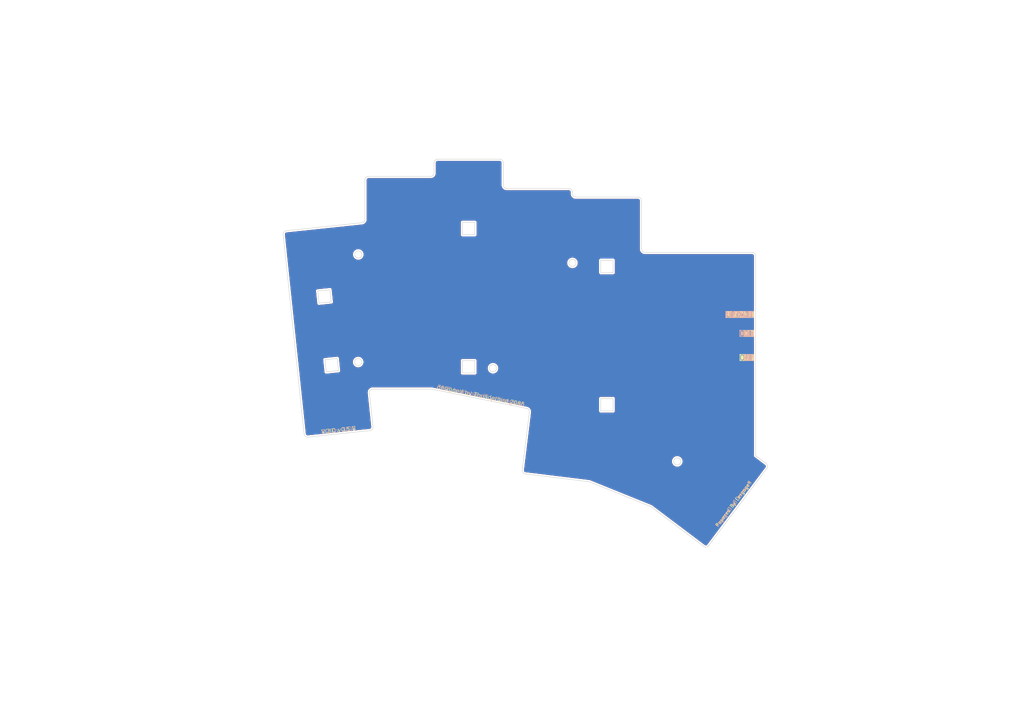
<source format=kicad_pcb>
(kicad_pcb
	(version 20240108)
	(generator "pcbnew")
	(generator_version "8.0")
	(general
		(thickness 1.6)
		(legacy_teardrops no)
	)
	(paper "A4")
	(title_block
		(title "bottom-plate")
		(date "2024-11-10")
		(rev "0.5.8")
		(company "Allen Choi")
	)
	(layers
		(0 "F.Cu" signal)
		(31 "B.Cu" signal)
		(32 "B.Adhes" user "B.Adhesive")
		(33 "F.Adhes" user "F.Adhesive")
		(34 "B.Paste" user)
		(35 "F.Paste" user)
		(36 "B.SilkS" user "B.Silkscreen")
		(37 "F.SilkS" user "F.Silkscreen")
		(38 "B.Mask" user)
		(39 "F.Mask" user)
		(40 "Dwgs.User" user "User.Drawings")
		(41 "Cmts.User" user "User.Comments")
		(42 "Eco1.User" user "User.Eco1")
		(43 "Eco2.User" user "User.Eco2")
		(44 "Edge.Cuts" user)
		(45 "Margin" user)
		(46 "B.CrtYd" user "B.Courtyard")
		(47 "F.CrtYd" user "F.Courtyard")
		(48 "B.Fab" user)
		(49 "F.Fab" user)
	)
	(setup
		(pad_to_mask_clearance 0.05)
		(allow_soldermask_bridges_in_footprints no)
		(pcbplotparams
			(layerselection 0x00010fc_ffffffff)
			(plot_on_all_layers_selection 0x0000000_00000000)
			(disableapertmacros no)
			(usegerberextensions no)
			(usegerberattributes yes)
			(usegerberadvancedattributes yes)
			(creategerberjobfile yes)
			(dashed_line_dash_ratio 12.000000)
			(dashed_line_gap_ratio 3.000000)
			(svgprecision 4)
			(plotframeref no)
			(viasonmask no)
			(mode 1)
			(useauxorigin no)
			(hpglpennumber 1)
			(hpglpenspeed 20)
			(hpglpendiameter 15.000000)
			(pdf_front_fp_property_popups yes)
			(pdf_back_fp_property_popups yes)
			(dxfpolygonmode yes)
			(dxfimperialunits yes)
			(dxfusepcbnewfont yes)
			(psnegative no)
			(psa4output no)
			(plotreference yes)
			(plotvalue yes)
			(plotfptext yes)
			(plotinvisibletext no)
			(sketchpadsonfab no)
			(subtractmaskfromsilk no)
			(outputformat 1)
			(mirror no)
			(drillshape 1)
			(scaleselection 1)
			(outputdirectory "")
		)
	)
	(net 0 "")
	(net 1 "GND")
	(gr_line
		(start 177.826674 115.58027)
		(end 174.226674 115.58027)
		(stroke
			(width 0.15)
			(type default)
		)
		(layer "Edge.Cuts")
		(uuid "04bbefba-1005-43ee-9f18-6ae17569c130")
	)
	(gr_arc
		(start 167.001674 57.17527)
		(mid 166.294601 56.882361)
		(end 166.001674 56.17527)
		(stroke
			(width 0.15)
			(type default)
		)
		(layer "Edge.Cuts")
		(uuid "0663eb44-2c7d-4fe4-8cb4-15489e95bbf8")
	)
	(gr_arc
		(start 89.315454 126.74104)
		(mid 88.581605 126.523664)
		(end 88.216403 125.851047)
		(stroke
			(width 0.15)
			(type default)
		)
		(layer "Edge.Cuts")
		(uuid "07f9aa73-400c-4365-88a6-bbc22bfb52bd")
	)
	(gr_line
		(start 101.973709 64.929281)
		(end 83.028067 66.920548)
		(stroke
			(width 0.15)
			(type default)
		)
		(layer "Edge.Cuts")
		(uuid "12351365-eb4f-4fe8-ac31-b62fa0a25eab")
	)
	(gr_arc
		(start 125.901674 47.17527)
		(mid 126.194571 46.468161)
		(end 126.901674 46.17527)
		(stroke
			(width 0.15)
			(type default)
		)
		(layer "Edge.Cuts")
		(uuid "13765097-e497-4dc5-8603-4d15c8ca4a0c")
	)
	(gr_line
		(start 98.179258 107.514194)
		(end 97.802955 103.933915)
		(stroke
			(width 0.15)
			(type default)
		)
		(layer "Edge.Cuts")
		(uuid "14fca492-c10f-44dc-bc07-7be12da3b4a6")
	)
	(gr_arc
		(start 165.001674 54.67527)
		(mid 165.708815 54.968147)
		(end 166.001674 55.67527)
		(stroke
			(width 0.15)
			(type default)
		)
		(layer "Edge.Cuts")
		(uuid "1a388468-83ba-4c7e-b9ce-0b5eb44c93b3")
	)
	(gr_arc
		(start 125.086106 112.808115)
		(mid 124.994288 112.820968)
		(end 124.901674 112.82527)
		(stroke
			(width 0.15)
			(type default)
		)
		(layer "Edge.Cuts")
		(uuid "1c5b51a6-aea3-4f09-b9b6-3a18a864a98c")
	)
	(gr_line
		(start 167.001674 57.17527)
		(end 185.051674 57.17527)
		(stroke
			(width 0.15)
			(type default)
		)
		(layer "Edge.Cuts")
		(uuid "1d2c6b84-cd93-4d1c-9bff-7d2c2ef1cd62")
	)
	(gr_line
		(start 108.118393 112.82527)
		(end 124.901674 112.82527)
		(stroke
			(width 0.15)
			(type default)
		)
		(layer "Edge.Cuts")
		(uuid "1d349b3f-cdaa-49bd-b177-973b778df0ff")
	)
	(gr_line
		(start 84.12934 86.965241)
		(end 86.225136 106.905405)
		(stroke
			(width 0.15)
			(type default)
		)
		(layer "Edge.Cuts")
		(uuid "1e27500e-f8e0-4616-9cbf-adbf3d8d4c89")
	)
	(gr_circle
		(center 166.026674 76.25027)
		(end 167.076674 76.25027)
		(stroke
			(width 0.15)
			(type default)
		)
		(fill none)
		(layer "Edge.Cuts")
		(uuid "2682a0e5-5cdd-46a6-8b5f-810e8f54e84b")
	)
	(gr_line
		(start 97.802955 103.933915)
		(end 94.222677 104.310218)
		(stroke
			(width 0.15)
			(type default)
		)
		(layer "Edge.Cuts")
		(uuid "284fdf05-8b58-4b3e-b556-0b42c0d25a50")
	)
	(gr_line
		(start 137.726674 108.18027)
		(end 137.726674 104.58027)
		(stroke
			(width 0.15)
			(type default)
		)
		(layer "Edge.Cuts")
		(uuid "29a68cf6-b040-4fe8-8ed2-6cd7c10ad45e")
	)
	(gr_line
		(start 105.851674 52.17527)
		(end 105.851674 63.621286)
		(stroke
			(width 0.15)
			(type default)
		)
		(layer "Edge.Cuts")
		(uuid "2ad4c743-f45f-4707-9dce-682fbe644975")
	)
	(gr_arc
		(start 105.851674 63.621286)
		(mid 105.59482 64.290418)
		(end 104.956203 64.615808)
		(stroke
			(width 0.15)
			(type default)
		)
		(layer "Edge.Cuts")
		(uuid "2c42ea3e-0cec-4e5b-b0f4-fa2c1bfe05a8")
	)
	(gr_arc
		(start 144.951674 46.17527)
		(mid 145.658815 46.468147)
		(end 145.951674 47.17527)
		(stroke
			(width 0.15)
			(type default)
		)
		(layer "Edge.Cuts")
		(uuid "2f23a1e8-01d1-4d3b-a975-a89bcf399ad3")
	)
	(gr_line
		(start 219.134174 132.136888)
		(end 219.134174 74.21527)
		(stroke
			(width 0.15)
			(type default)
		)
		(layer "Edge.Cuts")
		(uuid "353ef511-dfa2-4fb9-bf0b-d53e2ca5d20e")
	)
	(gr_line
		(start 92.503183 87.950332)
		(end 96.083462 87.57403)
		(stroke
			(width 0.15)
			(type default)
		)
		(layer "Edge.Cuts")
		(uuid "35feb8a3-777f-4016-9b3f-6e3afab2861c")
	)
	(gr_circle
		(center 142.976674 106.80027)
		(end 144.026674 106.80027)
		(stroke
			(width 0.15)
			(type default)
		)
		(fill none)
		(layer "Edge.Cuts")
		(uuid "37764241-9da3-4837-9c10-1dee6e02efe9")
	)
	(gr_line
		(start 177.826674 79.08027)
		(end 177.826674 75.48027)
		(stroke
			(width 0.15)
			(type default)
		)
		(layer "Edge.Cuts")
		(uuid "382e8da3-c8bb-4e83-8e23-9c0a719e6fcc")
	)
	(gr_line
		(start 82.138073 68.019599)
		(end 84.12934 86.965241)
		(stroke
			(width 0.15)
			(type default)
		)
		(layer "Edge.Cuts")
		(uuid "3a1ec028-54f2-4c2f-860a-133cd7714623")
	)
	(gr_line
		(start 134.126674 64.48027)
		(end 134.126674 68.08027)
		(stroke
			(width 0.15)
			(type default)
		)
		(layer "Edge.Cuts")
		(uuid "3a9e70a8-6556-44c8-bff9-e0bdb51bafdf")
	)
	(gr_line
		(start 174.226674 79.08027)
		(end 177.826674 79.08027)
		(stroke
			(width 0.15)
			(type default)
		)
		(layer "Edge.Cuts")
		(uuid "3b3dd3dc-28e1-4f1a-9be4-727788d1364d")
	)
	(gr_arc
		(start 82.138073 68.019599)
		(mid 82.355449 67.28575)
		(end 83.028067 66.920548)
		(stroke
			(width 0.15)
			(type default)
		)
		(layer "Edge.Cuts")
		(uuid "3f2ff674-3a82-43cb-9d29-aef14a6368d9")
	)
	(gr_line
		(start 165.001674 54.67527)
		(end 146.951674 54.67527)
		(stroke
			(width 0.15)
			(type default)
		)
		(layer "Edge.Cuts")
		(uuid "417e8d64-962f-481f-8092-1078dcd73bc1")
	)
	(gr_line
		(start 166.001674 56.17527)
		(end 166.001674 55.67527)
		(stroke
			(width 0.15)
			(type default)
		)
		(layer "Edge.Cuts")
		(uuid "4387b2f8-21ab-4b2c-8782-f54e07e761b7")
	)
	(gr_line
		(start 94.222677 104.310218)
		(end 94.598979 107.890496)
		(stroke
			(width 0.15)
			(type default)
		)
		(layer "Edge.Cuts")
		(uuid "44e9c815-3777-4bf4-9ed1-2d0d43feba9b")
	)
	(gr_circle
		(center 196.417403 133.810498)
		(end 197.467403 133.810498)
		(stroke
			(width 0.15)
			(type default)
		)
		(fill none)
		(layer "Edge.Cuts")
		(uuid "45ad390b-d5d4-4b44-a1a9-e43fdc7df6dd")
	)
	(gr_line
		(start 137.726674 68.08027)
		(end 137.726674 64.48027)
		(stroke
			(width 0.15)
			(type default)
		)
		(layer "Edge.Cuts")
		(uuid "4eba0f2e-e896-472a-b1ae-5124c9ca5cb0")
	)
	(gr_arc
		(start 218.134174 73.21527)
		(mid 218.841315 73.508147)
		(end 219.134174 74.21527)
		(stroke
			(width 0.15)
			(type default)
		)
		(layer "Edge.Cuts")
		(uuid "4f2e2427-8183-4bd4-ad27-1a85109b3cd0")
	)
	(gr_line
		(start 174.226674 75.48027)
		(end 174.226674 79.08027)
		(stroke
			(width 0.15)
			(type default)
		)
		(layer "Edge.Cuts")
		(uuid "516f5cd9-ca22-4556-8932-cc2ba0341346")
	)
	(gr_arc
		(start 125.901674 50.17527)
		(mid 125.608785 50.882374)
		(end 124.901674 51.17527)
		(stroke
			(width 0.15)
			(type default)
		)
		(layer "Edge.Cuts")
		(uuid "5cecd4a9-bc15-4d1f-8258-67d7a87f752c")
	)
	(gr_arc
		(start 222.20318 134.44955)
		(mid 222.591655 135.109012)
		(end 222.4 135.85)
		(stroke
			(width 0.15)
			(type default)
		)
		(layer "Edge.Cuts")
		(uuid "683a4be1-e47e-454e-b4ce-21d7d90c3cba")
	)
	(gr_arc
		(start 152.743876 118.445673)
		(mid 153.355795 118.841433)
		(end 153.536696 119.547394)
		(stroke
			(width 0.15)
			(type default)
		)
		(layer "Edge.Cuts")
		(uuid "68801d04-df4e-4244-8f3a-235d188f0d89")
	)
	(gr_arc
		(start 152.348559 137.429505)
		(mid 151.682423 137.052622)
		(end 151.477882 136.315089)
		(stroke
			(width 0.15)
			(type default)
		)
		(layer "Edge.Cuts")
		(uuid "6f4a0303-2352-49de-bd78-3ef73c5c9d55")
	)
	(gr_line
		(start 222.20318 134.44955)
		(end 219.134174 132.136888)
		(stroke
			(width 0.15)
			(type default)
		)
		(layer "Edge.Cuts")
		(uuid "6f8427a0-47c4-4a79-8d08-97056b07e593")
	)
	(gr_line
		(start 174.226674 115.58027)
		(end 174.226674 119.18027)
		(stroke
			(width 0.15)
			(type default)
		)
		(layer "Edge.Cuts")
		(uuid "70fb9f00-e330-42f3-a282-8525d683d51a")
	)
	(gr_line
		(start 171.027589 139.757332)
		(end 188.906853 146.981023)
		(stroke
			(width 0.15)
			(type default)
		)
		(layer "Edge.Cuts")
		(uuid "73f438f9-66b1-4a9b-9bd2-7ad235fa8af7")
	)
	(gr_arc
		(start 185.051674 57.17527)
		(mid 185.758815 57.468147)
		(end 186.051674 58.17527)
		(stroke
			(width 0.15)
			(type default)
		)
		(layer "Edge.Cuts")
		(uuid "7410428d-dec4-407f-9c03-4cb33cbffd97")
	)
	(gr_line
		(start 188.906853 146.981023)
		(end 188.889586 147.003937)
		(stroke
			(width 0.15)
			(type default)
		)
		(layer "Edge.Cuts")
		(uuid "79c709b0-b4cd-4783-b3c3-8088ee110d31")
	)
	(gr_line
		(start 94.598979 107.890496)
		(end 98.179258 107.514194)
		(stroke
			(width 0.15)
			(type default)
		)
		(layer "Edge.Cuts")
		(uuid "7adb4788-9ac9-429d-9a86-c0bf0cb68795")
	)
	(gr_line
		(start 104.956203 64.615808)
		(end 101.973709 64.929281)
		(stroke
			(width 0.15)
			(type default)
		)
		(layer "Edge.Cuts")
		(uuid "7c3643c0-40d6-49f3-992a-f64ac9dbcf90")
	)
	(gr_line
		(start 125.901674 47.17527)
		(end 125.901674 50.17527)
		(stroke
			(width 0.15)
			(type default)
		)
		(layer "Edge.Cuts")
		(uuid "7e6f428a-d6f4-4353-8e39-abe8b954f906")
	)
	(gr_arc
		(start 187.051674 73.21527)
		(mid 186.344601 72.922361)
		(end 186.051674 72.21527)
		(stroke
			(width 0.15)
			(type default)
		)
		(layer "Edge.Cuts")
		(uuid "81af0e28-27a6-4e75-8d2a-3e1d46039a19")
	)
	(gr_line
		(start 145.951674 53.67527)
		(end 145.951674 47.17527)
		(stroke
			(width 0.15)
			(type default)
		)
		(layer "Edge.Cuts")
		(uuid "84448a47-96df-4ddd-bc05-d52963883058")
	)
	(gr_arc
		(start 205.504044 158.271692)
		(mid 204.844583 158.660145)
		(end 204.103593 158.468513)
		(stroke
			(width 0.15)
			(type default)
		)
		(layer "Edge.Cuts")
		(uuid "85f41827-d38c-4235-b154-8ccb463e79f4")
	)
	(gr_line
		(start 124.901674 51.17527)
		(end 106.851674 51.17527)
		(stroke
			(width 0.15)
			(type default)
		)
		(layer "Edge.Cuts")
		(uuid "888e03a7-f28d-4061-b6cd-9aec7430b114")
	)
	(gr_line
		(start 177.826674 119.18027)
		(end 177.826674 115.58027)
		(stroke
			(width 0.15)
			(type default)
		)
		(layer "Edge.Cuts")
		(uuid "8a80ecde-babb-4281-806b-48b873f04f47")
	)
	(gr_arc
		(start 170.774852 139.691969)
		(mid 170.903365 139.716362)
		(end 171.027589 139.757332)
		(stroke
			(width 0.15)
			(type default)
		)
		(layer "Edge.Cuts")
		(uuid "90801f67-18ff-490c-a60a-dd24c55a0405")
	)
	(gr_line
		(start 137.726674 64.48027)
		(end 134.126674 64.48027)
		(stroke
			(width 0.15)
			(type default)
		)
		(layer "Edge.Cuts")
		(uuid "95e3beb1-613c-4d5e-b8ce-4d79a9d9d09a")
	)
	(gr_line
		(start 137.726674 104.58027)
		(end 134.126674 104.58027)
		(stroke
			(width 0.15)
			(type default)
		)
		(layer "Edge.Cuts")
		(uuid "96e32604-26f6-46ee-8296-0e6befee1a24")
	)
	(gr_line
		(start 177.826674 75.48027)
		(end 174.226674 75.48027)
		(stroke
			(width 0.15)
			(type default)
		)
		(layer "Edge.Cuts")
		(uuid "9bb09d23-4f8f-4470-8d7d-97d1fa7a2dfa")
	)
	(gr_line
		(start 218.134174 73.21527)
		(end 187.051674 73.21527)
		(stroke
			(width 0.15)
			(type default)
		)
		(layer "Edge.Cuts")
		(uuid "a3682040-efd3-483d-b2da-badb479e138b")
	)
	(gr_circle
		(center 103.876674 105.00027)
		(end 104.926674 105.00027)
		(stroke
			(width 0.15)
			(type default)
		)
		(fill none)
		(layer "Edge.Cuts")
		(uuid "a973e915-6724-4381-9795-c76bb07958ee")
	)
	(gr_arc
		(start 107.123871 113.929798)
		(mid 107.375255 113.156145)
		(end 108.118393 112.82527)
		(stroke
			(width 0.15)
			(type default)
		)
		(layer "Edge.Cuts")
		(uuid "b0a64989-762a-4f50-bedc-e995fd0de09f")
	)
	(gr_line
		(start 134.126674 68.08027)
		(end 137.726674 68.08027)
		(stroke
			(width 0.15)
			(type default)
		)
		(layer "Edge.Cuts")
		(uuid "ba9dda57-d240-4aa6-a0ca-4e505b1a1947")
	)
	(gr_arc
		(start 108.156567 123.755251)
		(mid 107.939197 124.489114)
		(end 107.266574 124.854302)
		(stroke
			(width 0.15)
			(type default)
		)
		(layer "Edge.Cuts")
		(uuid "bc0fc967-70b7-495f-aeae-1a6224e041b6")
	)
	(gr_line
		(start 186.051674 72.21527)
		(end 186.051674 58.17527)
		(stroke
			(width 0.15)
			(type default)
		)
		(layer "Edge.Cuts")
		(uuid "c56e2e50-bc46-46f8-a064-1ad863b5fe3f")
	)
	(gr_arc
		(start 105.851674 52.17527)
		(mid 106.144567 51.468162)
		(end 106.851674 51.17527)
		(stroke
			(width 0.15)
			(type default)
		)
		(layer "Edge.Cuts")
		(uuid "c7deac7a-7ce7-43c3-99a7-5b8861ddffe9")
	)
	(gr_line
		(start 86.225136 106.905405)
		(end 88.216403 125.851047)
		(stroke
			(width 0.15)
			(type default)
		)
		(layer "Edge.Cuts")
		(uuid "c837f87c-9332-4242-8f96-b38735ef278c")
	)
	(gr_line
		(start 96.083462 87.57403)
		(end 95.70716 83.993751)
		(stroke
			(width 0.15)
			(type default)
		)
		(layer "Edge.Cuts")
		(uuid "c883cad0-27c1-4b0e-8f46-d8ed26f5ed4a")
	)
	(gr_line
		(start 95.70716 83.993751)
		(end 92.126881 84.370053)
		(stroke
			(width 0.15)
			(type default)
		)
		(layer "Edge.Cuts")
		(uuid "d0c07b90-b61b-4d3f-bafc-37b6fe606263")
	)
	(gr_line
		(start 144.951674 46.17527)
		(end 126.901674 46.17527)
		(stroke
			(width 0.15)
			(type default)
		)
		(layer "Edge.Cuts")
		(uuid "d188635e-e616-4027-92e7-6289908cd8c2")
	)
	(gr_line
		(start 108.156567 123.755251)
		(end 107.123871 113.929798)
		(stroke
			(width 0.15)
			(type default)
		)
		(layer "Edge.Cuts")
		(uuid "d34f7a01-4d37-403f-8a98-4f73605a3ebc")
	)
	(gr_line
		(start 205.504044 158.271692)
		(end 222.4 135.85)
		(stroke
			(width 0.15)
			(type default)
		)
		(layer "Edge.Cuts")
		(uuid "d3777de8-ee54-496c-85ce-f943f263663b")
	)
	(gr_circle
		(center 103.9116 73.800313)
		(end 104.9616 73.800313)
		(stroke
			(width 0.15)
			(type default)
		)
		(fill none)
		(layer "Edge.Cuts")
		(uuid "d4f15309-5c3c-49f2-8bc0-711be472e286")
	)
	(gr_arc
		(start 146.951674 54.67527)
		(mid 146.244601 54.382361)
		(end 145.951674 53.67527)
		(stroke
			(width 0.15)
			(type default)
		)
		(layer "Edge.Cuts")
		(uuid "d6a5bb10-66c0-4216-b881-882fb1e16b9d")
	)
	(gr_line
		(start 151.477882 136.315089)
		(end 153.536696 119.547394)
		(stroke
			(width 0.15)
			(type default)
		)
		(layer "Edge.Cuts")
		(uuid "d7b6de91-0b3b-4c8c-9683-3035fcaab0b2")
	)
	(gr_line
		(start 92.126881 84.370053)
		(end 92.503183 87.950332)
		(stroke
			(width 0.15)
			(type default)
		)
		(layer "Edge.Cuts")
		(uuid "dbd44dd2-c089-45f7-b49c-4d3089906024")
	)
	(gr_line
		(start 125.086106 112.808115)
		(end 152.743876 118.445673)
		(stroke
			(width 0.15)
			(type default)
		)
		(layer "Edge.Cuts")
		(uuid "e52b23f8-ebb6-4297-950b-1a618ebfd4f6")
	)
	(gr_line
		(start 188.889586 147.003937)
		(end 204.103593 158.468513)
		(stroke
			(width 0.15)
			(type default)
		)
		(layer "Edge.Cuts")
		(uuid "e81f5a59-fca3-4094-90d6-179163aed701")
	)
	(gr_line
		(start 134.126674 104.58027)
		(end 134.126674 108.18027)
		(stroke
			(width 0.15)
			(type default)
		)
		(layer "Edge.Cuts")
		(uuid "e916479d-f7b4-4ce1-89ab-3c954f6bc072")
	)
	(gr_line
		(start 89.315454 126.74104)
		(end 107.266574 124.854302)
		(stroke
			(width 0.15)
			(type default)
		)
		(layer "Edge.Cuts")
		(uuid "ebbaa62e-ac8e-4e10-813f-51c128606f28")
	)
	(gr_line
		(start 174.226674 119.18027)
		(end 177.826674 119.18027)
		(stroke
			(width 0.15)
			(type default)
		)
		(layer "Edge.Cuts")
		(uuid "f0a6f2f9-1a1e-45c7-b0d2-2a0d1966d3b0")
	)
	(gr_line
		(start 152.348559 137.429505)
		(end 170.774852 139.691969)
		(stroke
			(width 0.15)
			(type default)
		)
		(layer "Edge.Cuts")
		(uuid "f838405a-89ce-46bf-b48d-b0804ac5fd69")
	)
	(gr_line
		(start 134.126674 108.18027)
		(end 137.726674 108.18027)
		(stroke
			(width 0.15)
			(type default)
		)
		(layer "Edge.Cuts")
		(uuid "f867288d-cee3-468d-b8cd-9f8ec2333e23")
	)
	(gr_text "UPDATE"
		(at 214.526674 91.25027 0)
		(layer "B.SilkS" knockout)
		(uuid "181fe245-7a98-4de1-9fbe-c64858a0ade1")
		(effects
			(font
				(face "KiCad Font")
				(size 1.5 1.5)
				(thickness 0.15)
			)
			(justify mirror)
		)
	)
	(gr_text "ON"
		(at 217.226674 103.75027 0)
		(layer "B.SilkS" knockout)
		(uuid "790824d3-979d-4420-ace6-ec23f0970b89")
		(effects
			(font
				(face "KiCad Font")
				(size 1.5 1.5)
				(thickness 0.15)
			)
		)
	)
	(gr_text "OFF"
		(at 216.476674 96.75027 0)
		(layer "B.SilkS" knockout)
		(uuid "7cc58647-0492-4fb0-a1ff-fc24d7c01397")
		(effects
			(font
				(face "KiCad Font")
				(size 1.5 1.5)
				(thickness 0.15)
			)
		)
	)
	(gr_text "designed by Thunderbird 2086"
		(at 139.426674 114.80027 -11.5)
		(layer "B.SilkS")
		(uuid "9e4c2e6a-ee62-4d5a-b4da-b4fc04b239ea")
		(effects
			(font
				(face "Android Robot")
				(size 1.2 1.2)
				(thickness 0.15)
			)
			(justify mirror)
		)
		(render_cache "designed by Thunderbird 2086" 348.5
			(polygon
				(pts
					(xy 152.64412 116.868206) (xy 152.640673 116.867505) (xy 152.41579 116.821751) (xy 152.414154 116.829793)
					(xy 152.21478 117.809745) (xy 152.230436 117.870136) (xy 152.272542 117.915413) (xy 152.301988 117.927984)
					(xy 153.180843 118.106789) (xy 153.24121 118.101152) (xy 153.289259 118.062199) (xy 153.305686 118.038572)
					(xy 153.347583 117.832644) (xy 153.340183 117.770753) (xy 153.302411 117.719761) (xy 153.256799 117.683469)
					(xy 153.207616 117.638874) (xy 153.161502 117.597135) (xy 153.098085 117.53988) (xy 153.041573 117.489052)
					(xy 152.991966 117.44465) (xy 152.936564 117.395442) (xy 152.884574 117.349997) (xy 152.838136 117.312654)
					(xy 152.684891 117.486656) (xy 153.09507 117.85066) (xy 152.470106 117.72351) (xy 152.470749 117.72035)
				)
			)
			(polygon
				(pts
					(xy 151.747607 117.126077) (xy 151.756354 117.131155) (xy 151.805534 117.169594) (xy 151.85537 117.212008)
					(xy 151.905816 117.256126) (xy 151.949821 117.295155) (xy 151.999115 117.339278) (xy 152.053697 117.388493)
					(xy 152.113568 117.4428) (xy 152.161254 117.483047) (xy 152.198956 117.530687) (xy 152.210845 117.592399)
					(xy 152.166904 117.808379) (xy 152.15065 117.831611) (xy 152.102986 117.869864) (xy 152.042927 117.875278)
					(xy 151.071016 117.67754) (xy 151.064411 117.676196) (xy 151.109696 117.45361) (xy 151.11104 117.447005)
					(xy 151.36924 117.499536) (xy 151.253846 117.322488) (xy 151.539854 117.322488) (xy 151.701826 117.567201)
					(xy 151.95342 117.618389) (xy 151.900015 117.56968) (xy 151.851699 117.525728) (xy 151.795193 117.474527)
					(xy 151.747734 117.431784) (xy 151.693508 117.383528) (xy 151.646121 117.344108) (xy 151.539854 117.322488)
					(xy 151.253846 117.322488) (xy 151.22518 117.278506) (xy 151.201152 117.247228) (xy 151.172472 117.194597)
					(xy 151.165425 117.132653) (xy 151.171443 117.103071) (xy 151.187808 117.079258) (xy 151.235601 117.039942)
					(xy 151.295542 117.034104)
				)
			)
			(polygon
				(pts
					(xy 151.057734 116.985721) (xy 150.083526 116.787516) (xy 150.082182 116.794122) (xy 150.036897 117.016708)
					(xy 150.043215 117.017993) (xy 150.511076 117.113181) (xy 150.510434 117.11634) (xy 150.434016 117.122588)
					(xy 150.364635 117.128432) (xy 150.302293 117.133874) (xy 150.230117 117.140503) (xy 150.170452 117.146415)
					(xy 150.104415 117.153939) (xy 150.058142 117.162203) (xy 150.012232 117.200419) (xy 149.988281 117.255664)
					(xy 149.973848 117.326605) (xy 149.973656 117.385843) (xy 150.002493 117.43884) (xy 150.030532 117.462561)
					(xy 150.059184 117.471681) (xy 151.033392 117.669885) (xy 151.034736 117.66328) (xy 151.080022 117.440694)
					(xy 151.073703 117.439408) (xy 150.605842 117.344221) (xy 150.606485 117.341062) (xy 150.682906 117.334814)
					(xy 150.752293 117.328971) (xy 150.814649 117.323532) (xy 150.886849 117.316909) (xy 150.946547 117.311003)
					(xy 151.012652 117.303493) (xy 151.059064 117.295257) (xy 151.104846 117.256566) (xy 151.128638 117.201737)
					(xy 151.143071 117.130797) (xy 151.143262 117.071559) (xy 151.114425 117.018562) (xy 151.086387 116.99484)
				)
			)
			(polygon
				(pts
					(xy 150.021628 116.334654) (xy 149.909904 116.311923) (xy 149.849096 116.317887) (xy 149.800682 116.358237)
					(xy 149.791356 116.371252) (xy 149.782708 116.396112) (xy 149.673322 116.933765) (xy 149.67964 116.93505)
					(xy 149.766664 116.952755) (xy 149.676911 117.393906) (xy 149.683804 117.395309) (xy 149.905241 117.44036)
					(xy 149.906527 117.434042) (xy 150.104206 116.462419) (xy 150.098603 116.401124) (xy 150.059048 116.352348)
					(xy 150.046259 116.342955)
				)
			)
			(polygon
				(pts
					(xy 149.567702 116.68257) (xy 148.701771 116.506395) (xy 148.64183 116.512233) (xy 148.594037 116.551549)
					(xy 148.577672 116.575362) (xy 148.575043 116.588286) (xy 148.397757 117.459674) (xy 148.406259 117.521655)
					(xy 148.439246 117.571212) (xy 148.485723 117.591825) (xy 149.360845 117.769871) (xy 149.42143 117.764164)
					(xy 149.469624 117.724929) (xy 149.486092 117.701138) (xy 149.549083 117.391528) (xy 149.542477 117.390184)
					(xy 149.320753 117.345074) (xy 149.319467 117.351392) (xy 149.285985 117.515962) (xy 148.650395 117.38665)
					(xy 148.765976 116.818553) (xy 148.777779 116.760537) (xy 149.387521 116.884591) (xy 148.881376 117.067251)
					(xy 148.880674 117.070697) (xy 148.957678 117.284664) (xy 148.960837 117.285307) (xy 149.570843 117.06994)
					(xy 149.60839 117.022866) (xy 149.621416 116.986015) (xy 149.653613 116.827763) (xy 149.653681 116.768921)
					(xy 149.624732 116.715787) (xy 149.596641 116.691748)
				)
			)
			(polygon
				(pts
					(xy 148.463963 116.458012) (xy 147.581949 116.278564) (xy 147.521811 116.284363) (xy 147.473935 116.323662)
					(xy 147.457563 116.347473) (xy 147.34134 116.918729) (xy 147.347945 116.920073) (xy 147.56967 116.965183)
					(xy 147.570955 116.958865) (xy 147.65767 116.532649) (xy 148.29326 116.661961) (xy 148.20526 117.094495)
					(xy 148.212153 117.095898) (xy 148.43359 117.14095) (xy 148.434875 117.134631) (xy 148.546541 116.585778)
					(xy 148.540939 116.524483) (xy 148.501383 116.475707) (xy 148.488595 116.466314)
				)
			)
			(polygon
				(pts
					(xy 146.904139 116.140663) (xy 146.912886 116.14574) (xy 146.962067 116.184179) (xy 147.011903 116.226594)
					(xy 147.062349 116.270711) (xy 147.106354 116.309741) (xy 147.155647 116.353863) (xy 147.210229 116.403078)
					(xy 147.2701 116.457386) (xy 147.317786 116.497633) (xy 147.355488 116.545272) (xy 147.367378 116.606985)
					(xy 147.323436 116.822965) (xy 147.307182 116.846197) (xy 147.259519 116.88445) (xy 147.199459 116.889863)
					(xy 146.227549 116.692126) (xy 146.220943 116.690782) (xy 146.266229 116.468196) (xy 146.267573 116.46159)
					(xy 146.525772 116.514121) (xy 146.410378 116.337073) (xy 146.696386 116.337073) (xy 146.858358 116.581787)
					(xy 147.109952 116.632974) (xy 147.056547 116.584265) (xy 147.008231 116.540313) (xy 146.951726 116.489112)
					(xy 146.904267 116.446369) (xy 146.85004 116.398113) (xy 146.802653 116.358693) (xy 146.696386 116.337073)
					(xy 146.410378 116.337073) (xy 146.381713 116.293092) (xy 146.357684 116.261814) (xy 146.329005 116.209182)
					(xy 146.321957 116.147238) (xy 146.327976 116.117656) (xy 146.34434 116.093843) (xy 146.392133 116.054527)
					(xy 146.452074 116.048689)
				)
			)
			(polygon
				(pts
					(xy 145.546648 115.42421) (xy 145.543201 115.423508) (xy 145.318318 115.377755) (xy 145.316681 115.385797)
					(xy 145.117308 116.365748) (xy 145.132964 116.426139) (xy 145.17507 116.471416) (xy 145.204516 116.483987)
					(xy 146.083371 116.662792) (xy 146.143737 116.657155) (xy 146.191786 116.618202) (xy 146.208214 116.594575)
					(xy 146.250111 116.388647) (xy 146.242711 116.326756) (xy 146.204939 116.275764) (xy 146.159327 116.239472)
					(xy 146.110144 116.194877) (xy 146.06403 116.153138) (xy 146.000613 116.095883) (xy 145.944101 116.045055)
					(xy 145.894494 116.000653) (xy 145.839092 115.951445) (xy 145.787102 115.906) (xy 145.740664 115.868657)
					(xy 145.587419 116.042659) (xy 145.997598 116.406663) (xy 145.372634 116.279513) (xy 145.373277 116.276353)
				)
			)
			(polygon
				(pts
					(xy 144.568132 115.225128) (xy 144.566788 115.231734) (xy 144.394118 116.080431) (xy 143.774037 115.954274)
					(xy 143.77468 115.951115) (xy 143.837238 115.930568) (xy 143.896823 115.910835) (xy 143.953435 115.891917)
					(xy 144.024293 115.86796) (xy 144.089864 115.845451) (xy 144.15015 115.824392) (xy 144.218074 115.800103)
					(xy 144.277739 115.778076) (xy 144.288681 115.773943) (xy 144.270492 115.71801) (xy 144.251807 115.661689)
					(xy 144.232227 115.60492) (xy 144.213411 115.557337) (xy 144.210252 115.556694) (xy 143.610046 115.763587)
					(xy 143.565862 115.804) (xy 143.551626 115.839036) (xy 143.512943 116.029167) (xy 143.518481 116.089457)
					(xy 143.557165 116.137295) (xy 143.580644 116.153607) (xy 144.475583 116.335684) (xy 144.534836 116.326315)
					(xy 144.581423 116.282565) (xy 144.594868 116.262448) (xy 144.796462 115.271583) (xy 144.793302 115.27094)
				)
			)
			(polygon
				(pts
					(xy 143.634569 115.475462) (xy 143.424046 115.432631) (xy 143.363092 115.440267) (xy 143.31395 115.474125)
					(xy 143.282105 115.508436) (xy 143.019233 115.772893) (xy 143.012914 115.771607) (xy 142.991676 115.716047)
					(xy 142.96561 115.651081) (xy 142.938343 115.584714) (xy 142.9129 115.523616) (xy 142.884232 115.455403)
					(xy 142.860614 115.399574) (xy 142.835181 115.339743) (xy 142.7877 115.305294) (xy 142.7695 115.299462)
					(xy 142.556392 115.256104) (xy 142.555048 115.26271) (xy 142.509762 115.485296) (xy 142.516081 115.486581)
					(xy 142.660546 115.515973) (xy 142.70094 115.615454) (xy 142.739152 115.709409) (xy 142.775181 115.797838)
					(xy 142.809029 115.880739) (xy 142.840695 115.958115) (xy 142.870178 116.029965) (xy 142.897479 116.096288)
					(xy 142.922599 116.157086) (xy 142.945536 116.212357) (xy 142.97585 116.284902) (xy 143.001255 116.345012)
					(xy 143.027491 116.405818) (xy 143.044998 116.444519) (xy 143.091378 116.482276) (xy 143.110324 116.488019)
					(xy 143.326016 116.531902) (xy 143.32736 116.525296) (xy 143.372646 116.30271) (xy 143.366327 116.301425)
					(xy 143.218703 116.27139) (xy 143.112154 116.00565) (xy 143.443474 115.675262) (xy 143.594258 115.705939)
					(xy 143.59566 115.699046) (xy 143.640887 115.476747)
				)
			)
			(polygon
				(pts
					(xy 141.097229 114.518965) (xy 141.095826 114.525858) (xy 141.050599 114.748157) (xy 141.057205 114.749501)
					(xy 141.897574 114.920476) (xy 141.896931 114.923635) (xy 141.826303 114.946533) (xy 141.76184 114.967604)
					(xy 141.703542 114.986848) (xy 141.635403 115.009667) (xy 141.578224 115.029238) (xy 141.522164 115.049135)
					(xy 141.464414 115.072164) (xy 141.461423 115.073708) (xy 141.422718 115.117736) (xy 141.403775 115.176234)
					(xy 141.299355 115.689474) (xy 141.305674 115.69076) (xy 141.527685 115.735928) (xy 141.528971 115.72961)
					(xy 141.624801 115.25859) (xy 141.698187 115.23467) (xy 141.765096 115.212714) (xy 141.825528 115.192721)
					(xy 141.896029 115.169117) (xy 141.955015 115.149002) (xy 142.012554 115.128766) (xy 142.070786 115.106082)
					(xy 142.073657 115.104652) (xy 142.11374 115.060622) (xy 142.119902 115.043474) (xy 142.160046 114.846162)
					(xy 142.154408 114.785796) (xy 142.115456 114.737746) (xy 142.091828 114.721319)
				)
			)
			(polygon
				(pts
					(xy 140.94587 114.488171) (xy 140.832711 114.465148) (xy 140.77298 114.469187) (xy 140.724936 114.507985)
					(xy 140.706703 114.537615) (xy 140.697584 114.566268) (xy 140.636697 114.865538) (xy 140.013169 114.73868)
					(xy 139.951202 114.734163) (xy 139.893327 114.753457) (xy 139.858836 114.79013) (xy 139.849834 114.818208)
					(xy 139.737233 115.371657) (xy 139.743839 115.373001) (xy 139.965563 115.418111) (xy 139.966849 115.411793)
					(xy 140.053563 114.985577) (xy 140.689154 115.114889) (xy 140.601154 115.547423) (xy 140.608047 115.548826)
					(xy 140.829484 115.593878) (xy 140.830769 115.587559) (xy 141.028448 114.615936) (xy 141.022846 114.554641)
					(xy 140.98329 114.505865) (xy 140.970502 114.496472)
				)
			)
			(polygon
				(pts
					(xy 139.817006 114.69877) (xy 139.594995 114.653601) (xy 139.594352 114.656761) (xy 139.593709 114.65992)
					(xy 139.511611 115.063446) (xy 139.49723 115.084149) (xy 138.879159 114.958401) (xy 138.963244 114.54511)
					(xy 138.975201 114.527503) (xy 138.972042 114.52686) (xy 138.968595 114.526159) (xy 138.738829 114.479412)
					(xy 138.738187 114.482572) (xy 138.737544 114.485731) (xy 138.624417 115.041765) (xy 138.631879 115.101028)
					(xy 138.671243 115.145899) (xy 138.6895 115.158493) (xy 139.58128 115.339928) (xy 139.640148 115.336355)
					(xy 139.688407 115.299526) (xy 139.707102 115.271311) (xy 139.72262 115.195038) (xy 139.737181 115.123466)
					(xy 139.750787 115.056593) (xy 139.763436 114.994421) (xy 139.775128 114.936949) (xy 139.789231 114.867631)
					(xy 139.801634 114.806669) (xy 139.814747 114.742217) (xy 139.823325 114.700056) (xy 139.820166 114.699413)
				)
			)
			(polygon
				(pts
					(xy 138.60815 114.452825) (xy 137.726136 114.273378) (xy 137.665998 114.279176) (xy 137.618121 114.318475)
					(xy 137.60175 114.342286) (xy 137.485526 114.913542) (xy 137.492132 114.914886) (xy 137.713856 114.959996)
					(xy 137.715142 114.953678) (xy 137.801856 114.527462) (xy 138.437447 114.656774) (xy 138.349447 115.089309)
					(xy 138.35634 115.090711) (xy 138.577777 115.135763) (xy 138.579062 115.129444) (xy 138.690728 114.580591)
					(xy 138.685125 114.519296) (xy 138.64557 114.47052) (xy 138.632781 114.461127)
				)
			)
			(polygon
				(pts
					(xy 136.808646 113.646443) (xy 136.805199 113.645742) (xy 136.580316 113.599989) (xy 136.57868 113.608031)
					(xy 136.379306 114.587983) (xy 136.394962 114.648374) (xy 136.437068 114.693651) (xy 136.466514 114.706222)
					(xy 137.345369 114.885027) (xy 137.405736 114.87939) (xy 137.453785 114.840437) (xy 137.470213 114.816809)
					(xy 137.512109 114.610882) (xy 137.504709 114.54899) (xy 137.466938 114.497999) (xy 137.421325 114.461706)
					(xy 137.372142 114.417111) (xy 137.326028 114.375372) (xy 137.262611 114.318118) (xy 137.206099 114.26729)
					(xy 137.156492 114.222887) (xy 137.10109 114.173679) (xy 137.049101 114.128234) (xy 137.002662 114.090892)
					(xy 136.849417 114.264894) (xy 137.259596 114.628897) (xy 136.634632 114.501747) (xy 136.635275 114.498588)
				)
			)
			(polygon
				(pts
					(xy 135.93511 113.908989) (xy 135.943856 113.914067) (xy 135.993037 113.952506) (xy 136.042873 113.99492)
					(xy 136.093319 114.039038) (xy 136.137324 114.078067) (xy 136.186617 114.12219) (xy 136.2412 114.171405)
					(xy 136.30107 114.225712) (xy 136.348757 114.26596) (xy 136.386458 114.313599) (xy 136.398348 114.375311)
					(xy 136.354406 114.591291) (xy 136.338153 114.614524) (xy 136.290489 114.652776) (xy 136.230429 114.65819)
					(xy 135.258519 114.460452) (xy 135.251913 114.459108) (xy 135.297199 114.236522) (xy 135.298543 114.229917)
					(xy 135.556743 114.282448) (xy 135.441349 114.1054) (xy 135.727357 114.1054) (xy 135.889329 114.350113)
					(xy 136.140923 114.401301) (xy 136.087518 114.352592) (xy 136.039202 114.30864) (xy 135.982696 114.257439)
					(xy 135.935237 114.214696) (xy 135.881011 114.16644) (xy 135.833623 114.12702) (xy 135.727357 114.1054)
					(xy 135.441349 114.1054) (xy 135.412683 114.061418) (xy 135.388654 114.03014) (xy 135.359975 113.977509)
					(xy 135.352928 113.915565) (xy 135.358946 113.885983) (xy 135.375311 113.86217) (xy 135.423103 113.822854)
					(xy 135.483045 113.817016)
				)
			)
			(polygon
				(pts
					(xy 135.251268 113.76986) (xy 134.271029 113.570428) (xy 134.269685 113.577034) (xy 134.2244 113.79962)
					(xy 134.230718 113.800905) (xy 135.080565 113.973809) (xy 134.992565 114.406343) (xy 134.999458 114.407746)
					(xy 135.220895 114.452798) (xy 135.222181 114.446479) (xy 135.333846 113.897625) (xy 135.328244 113.836331)
					(xy 135.288688 113.787554) (xy 135.2759 113.778162)
				)
			)
			(polygon
				(pts
					(xy 134.066676 113.088583) (xy 134.065332 113.095189) (xy 133.892662 113.943887) (xy 133.272581 113.81773)
					(xy 133.273224 113.814571) (xy 133.335782 113.794023) (xy 133.395368 113.774291) (xy 133.451979 113.755373)
					(xy 133.522837 113.731416) (xy 133.588409 113.708907) (xy 133.648694 113.687846) (xy 133.716618 113.663557)
					(xy 133.776284 113.641531) (xy 133.787225 113.637397) (xy 133.769036 113.581464) (xy 133.750351 113.525144)
					(xy 133.730772 113.468374) (xy 133.711955 113.420792) (xy 133.708796 113.420149) (xy 133.10859 113.627041)
					(xy 133.064406 113.667455) (xy 133.05017 113.702492) (xy 133.011487 113.892623) (xy 133.017026 113.952912)
					(xy 133.05571 114.000751) (xy 133.079189 114.017062) (xy 133.974127 114.19914) (xy 134.03338 114.18977)
					(xy 134.079967 114.146021) (xy 134.093412 114.125903) (xy 134.295006 113.135037) (xy 134.291846 113.134395)
				)
			)
			(polygon
				(pts
					(xy 133.08098 112.888041) (xy 132.969256 112.86531) (xy 132.908448 112.871275) (xy 132.860034 112.911624)
					(xy 132.850707 112.924639) (xy 132.84206 112.949499) (xy 132.732673 113.487152) (xy 132.738992 113.488437)
					(xy 132.826016 113.506143) (xy 132.736263 113.947293) (xy 132.743156 113.948696) (xy 132.964593 113.993748)
					(xy 132.965878 113.987429) (xy 133.163557 113.015806) (xy 133.157955 112.954511) (xy 133.118399 112.905735)
					(xy 133.105611 112.896342)
				)
			)
			(polygon
				(pts
					(xy 132.643424 113.239288) (xy 131.663185 113.039856) (xy 131.661841 113.046462) (xy 131.616555 113.269048)
					(xy 131.622874 113.270333) (xy 132.472721 113.443237) (xy 132.384721 113.875771) (xy 132.391614 113.877174)
					(xy 132.613051 113.922226) (xy 132.614336 113.915907) (xy 132.726002 113.367053) (xy 132.7204 113.305759)
					(xy 132.680844 113.256982) (xy 132.668056 113.24759)
				)
			)
			(polygon
				(pts
					(xy 130.900213 112.444359) (xy 130.896766 112.443658) (xy 130.671883 112.397905) (xy 130.670247 112.405946)
					(xy 130.470873 113.385898) (xy 130.486529 113.446289) (xy 130.528635 113.491566) (xy 130.558081 113.504137)
					(xy 131.436936 113.682942) (xy 131.497303 113.677305) (xy 131.545352 113.638353) (xy 131.56178 113.614725)
					(xy 131.603676 113.408797) (xy 131.596276 113.346906) (xy 131.558505 113.295914) (xy 131.512892 113.259622)
					(xy 131.463709 113.215027) (xy 131.417595 113.173288) (xy 131.354178 113.116034) (xy 131.297666 113.065205)
					(xy 131.248059 113.020803) (xy 131.192657 112.971595) (xy 131.140667 112.92615) (xy 131.094229 112.888808)
					(xy 130.940984 113.062809) (xy 131.351163 113.426813) (xy 130.726199 113.299663) (xy 130.726842 113.296504)
				)
			)
			(polygon
				(pts
					(xy 130.200001 112.301899) (xy 129.23125 112.104805) (xy 129.169486 112.109565) (xy 129.123377 112.146934)
					(xy 129.101314 112.183351) (xy 129.065085 112.36142) (xy 129.065016 112.422127) (xy 129.095249 112.475169)
					(xy 129.124583 112.498248) (xy 129.840096 112.880106) (xy 129.793349 113.109872) (xy 128.94781 112.937846)
					(xy 128.946466 112.944451) (xy 128.901181 113.167037) (xy 128.907499 113.168323) (xy 129.866772 113.363489)
					(xy 129.928089 113.358539) (xy 129.973819 113.320826) (xy 129.995677 113.284134) (xy 130.08356 112.852174)
					(xy 130.083878 112.790332) (xy 130.05352 112.736291) (xy 130.009726 112.704952) (xy 129.394569 112.376711)
					(xy 130.15969 112.532376) (xy 130.161092 112.525483) (xy 130.20632 112.303185)
				)
			)
			(polygon
				(pts
					(xy 128.948063 112.04719) (xy 128.96623 112.060232) (xy 129.005448 112.105818) (xy 129.013029 112.164492)
					(xy 128.835685 113.036167) (xy 128.81135 113.082642) (xy 128.763804 113.122558) (xy 128.703008 113.126718)
					(xy 127.813526 112.945751) (xy 127.79536 112.932709) (xy 127.756141 112.887123) (xy 127.74856 112.828448)
					(xy 127.765404 112.745659) (xy 128.003185 112.745659) (xy 128.63102 112.873394) (xy 128.745958 112.308457)
					(xy 128.758404 112.247281) (xy 128.130569 112.119547) (xy 128.015689 112.684197) (xy 128.003185 112.745659)
					(xy 127.765404 112.745659) (xy 127.925904 111.956774) (xy 127.950365 111.910324) (xy 127.998032 111.870433)
					(xy 128.058869 111.866281)
				)
			)
			(polygon
				(pts
					(xy 127.746387 111.802706) (xy 127.773316 111.811475) (xy 127.791779 111.824437) (xy 127.831487 111.870829)
					(xy 127.83873 111.932458) (xy 127.798703 112.129195) (xy 127.790881 112.149983) (xy 127.748944 112.192948)
					(xy 127.729489 112.200832) (xy 127.674006 112.22043) (xy 127.612722 112.240769) (xy 127.548771 112.261411)
					(xy 127.489181 112.280342) (xy 127.422096 112.301421) (xy 127.421453 112.30458) (xy 127.62048 112.486246)
					(xy 127.655685 112.518584) (xy 127.678963 112.573449) (xy 127.676545 112.635536) (xy 127.64242 112.803265)
					(xy 127.620403 112.840741) (xy 127.574491 112.879349) (xy 127.513107 112.88463) (xy 126.663834 112.711844)
					(xy 126.635756 112.702841) (xy 126.608165 112.679211) (xy 126.579868 112.626324) (xy 126.580221 112.567119)
					(xy 126.591985 112.509298) (xy 126.84143 112.509298) (xy 127.428483 112.628735) (xy 127.174227 112.392165)
					(xy 127.167909 112.390879) (xy 126.84143 112.509298) (xy 126.591985 112.509298) (xy 126.612417 112.408867)
					(xy 126.617406 112.389833) (xy 126.649895 112.339325) (xy 126.679068 112.320542) (xy 126.73538 112.296973)
					(xy 126.793613 112.275337) (xy 126.851006 112.255149) (xy 126.918005 112.2324) (xy 126.974558 112.213658)
					(xy 126.975201 112.210499) (xy 126.937419 112.177247) (xy 126.890416 112.135134) (xy 126.845121 112.089819)
					(xy 126.811242 112.063046) (xy 126.76399 112.019046) (xy 126.725747 111.967812) (xy 126.714149 111.908839)
					(xy 126.719772 111.881199) (xy 126.959049 111.881199) (xy 127.225586 112.123557) (xy 127.565632 112.004609)
					(xy 126.959049 111.881199) (xy 126.719772 111.881199) (xy 126.757506 111.695731) (xy 126.773685 111.67188)
					(xy 126.820927 111.632452) (xy 126.880169 111.626472)
				)
			)
			(polygon
				(pts
					(xy 126.577452 111.564883) (xy 125.702044 111.386779) (xy 125.641459 111.392487) (xy 125.593265 111.431721)
					(xy 125.576796 111.455513) (xy 125.514916 111.759665) (xy 125.521522 111.761009) (xy 125.743246 111.80612)
					(xy 125.744531 111.799801) (xy 125.776903 111.640688) (xy 126.412493 111.77) (xy 126.296913 112.338097)
					(xy 126.285109 112.396113) (xy 125.675368 112.27206) (xy 126.041857 112.134863) (xy 126.125435 112.151867)
					(xy 126.12672 112.145548) (xy 126.172064 111.922675) (xy 126.165459 111.921331) (xy 126.075563 111.903042)
					(xy 126.01317 111.902047) (xy 125.952585 111.917895) (xy 125.904037 111.93903) (xy 125.836255 111.961777)
					(xy 125.774426 111.982765) (xy 125.718548 112.001992) (xy 125.653304 112.024893) (xy 125.586628 112.049119)
					(xy 125.528441 112.071738) (xy 125.487893 112.09095) (xy 125.45175 112.137666) (xy 125.441764 112.1692)
					(xy 125.409392 112.328313) (xy 125.409238 112.387783) (xy 125.438297 112.441068) (xy 125.466534 112.46496)
					(xy 125.495187 112.47408) (xy 126.361117 112.650255) (xy 126.421059 112.644417) (xy 126.468852 112.605101)
					(xy 126.485216 112.581288) (xy 126.487846 112.568364) (xy 126.665132 111.696976) (xy 126.656781 111.635026)
					(xy 126.623902 111.585491)
				)
			)
		)
	)
	(gr_text "Powered By Eergogen"
		(at 212.734103 146.143079 53)
		(layer "B.SilkS")
		(uuid "cd5d995e-1c26-4484-a574-e671846ee9f6")
		(effects
			(font
				(face "KiCad Font")
				(size 1 1)
				(thickness 0.15)
			)
			(justify mirror)
		)
	)
	(gr_text "VOID v0.5.8"
		(at 98.183872 124.778286 6)
		(layer "B.SilkS")
		(uuid "e64cbdc7-5481-4bae-9fde-1cd0c1d84067")
		(effects
			(font
				(face "Android Robot")
				(size 1.2 1.2)
				(thickness 0.15)
			)
			(justify mirror)
		)
		(render_cache "VOID v0.5.8" 6
			(polygon
				(pts
					(xy 102.856305 123.675127) (xy 102.642646 123.697583) (xy 102.588268 123.720118) (xy 102.554362 123.768164)
					(xy 102.537884 123.825499) (xy 102.534145 123.85133) (xy 102.396326 124.500022) (xy 102.389913 124.500696)
					(xy 102.356072 124.424295) (xy 102.324119 124.352297) (xy 102.294054 124.284703) (xy 102.265877 124.221514)
					(xy 102.239589 124.162728) (xy 102.215188 124.108347) (xy 102.182127 124.035032) (xy 102.153314 123.971626)
					(xy 102.128749 123.91813) (xy 102.102604 123.862215) (xy 102.075024 123.806753) (xy 102.024707 123.77341)
					(xy 101.97835 123.767404) (xy 101.762068 123.790136) (xy 101.762772 123.79684) (xy 101.786515 124.022741)
					(xy 101.792637 124.022098) (xy 101.91681 124.009047) (xy 101.957122 124.099736) (xy 101.995055 124.184918)
					(xy 102.030609 124.26459) (xy 102.063783 124.338755) (xy 102.094578 124.407412) (xy 102.122993 124.47056)
					(xy 102.149029 124.5282) (xy 102.183622 124.604333) (xy 102.212861 124.668072) (xy 102.243519 124.733779)
					(xy 102.271659 124.791027) (xy 102.276281 124.799094) (xy 102.324468 124.832891) (xy 102.362783 124.839807)
					(xy 102.493369 124.826082) (xy 102.546032 124.79826) (xy 102.577733 124.743539) (xy 102.595302 124.681093)
					(xy 102.604056 124.625837) (xy 102.756872 123.920753) (xy 102.887166 123.907058) (xy 102.886431 123.900063)
					(xy 102.862718 123.674453)
				)
			)
			(polygon
				(pts
					(xy 101.630285 123.813196) (xy 101.681396 123.844879) (xy 101.70627 123.898558) (xy 101.799252 124.783217)
					(xy 101.790018 124.834859) (xy 101.756676 124.887225) (xy 101.699944 124.909474) (xy 100.797213 125.004355)
					(xy 100.775965 124.997379) (xy 100.724854 124.965696) (xy 100.69998 124.912017) (xy 100.616846 124.121054)
					(xy 100.851137 124.121054) (xy 100.911369 124.694115) (xy 100.917925 124.756493) (xy 101.555113 124.689522)
					(xy 101.494851 124.116169) (xy 101.488325 124.054083) (xy 100.851137 124.121054) (xy 100.616846 124.121054)
					(xy 100.606998 124.027358) (xy 100.61636 123.975703) (xy 100.649825 123.923324) (xy 100.706597 123.90107)
					(xy 101.609038 123.80622)
				)
			)
			(polygon
				(pts
					(xy 100.543948 123.918165) (xy 100.318921 123.941817) (xy 100.319595 123.948229) (xy 100.434604 125.042467)
					(xy 100.4416 125.041732) (xy 100.666335 125.018111) (xy 100.665661 125.011698) (xy 100.550652 123.917461)
				)
			)
			(polygon
				(pts
					(xy 100.234942 123.961608) (xy 100.280965 123.998877) (xy 100.306983 124.055354) (xy 100.399965 124.940014)
					(xy 100.401343 124.953131) (xy 100.392981 124.980753) (xy 100.359374 125.032605) (xy 100.304019 125.056192)
					(xy 99.412655 125.149878) (xy 99.385105 125.141402) (xy 99.333362 125.107372) (xy 99.309762 125.051357)
					(xy 99.291701 124.879509) (xy 99.525991 124.879509) (xy 99.528412 124.902536) (xy 100.154815 124.836699)
					(xy 100.088027 124.20126) (xy 99.835601 124.227791) (xy 99.816958 124.26083) (xy 99.790955 124.313585)
					(xy 99.764188 124.369362) (xy 99.737126 124.426458) (xy 99.699206 124.50564) (xy 99.665037 124.577227)
					(xy 99.634618 124.64122) (xy 99.607949 124.697617) (xy 99.578224 124.761) (xy 99.550442 124.82124)
					(xy 99.525991 124.879509) (xy 99.291701 124.879509) (xy 99.288746 124.851398) (xy 99.292693 124.824459)
					(xy 99.303555 124.798608) (xy 99.32813 124.744132) (xy 99.356588 124.682822) (xy 99.383064 124.626496)
					(xy 99.413938 124.561306) (xy 99.449211 124.487251) (xy 99.47517 124.432956) (xy 99.503085 124.374721)
					(xy 99.532954 124.312546) (xy 99.564779 124.246431) (xy 99.598558 124.176376) (xy 99.610274 124.146757)
					(xy 99.638042 124.08846) (xy 99.674631 124.03575) (xy 99.729245 124.003794) (xy 100.184255 123.955971)
				)
			)
			(polygon
				(pts
					(xy 98.724869 124.553185) (xy 98.51121 124.575642) (xy 98.45538 124.601309) (xy 98.418706 124.6485)
					(xy 98.398665 124.690912) (xy 98.227544 125.02276) (xy 98.221131 125.023434) (xy 98.181476 124.973258)
					(xy 98.14429 124.927695) (xy 98.099719 124.87403) (xy 98.058745 124.825264) (xy 98.013046 124.771313)
					(xy 97.96262 124.712176) (xy 97.921698 124.66442) (xy 97.866028 124.645574) (xy 97.846914 124.645462)
					(xy 97.630631 124.668194) (xy 97.631336 124.674898) (xy 97.655079 124.9008) (xy 97.661492 124.900126)
					(xy 97.808109 124.884716) (xy 97.856729 124.944637) (xy 97.901495 124.999534) (xy 97.942407 125.049406)
					(xy 97.990962 125.108089) (xy 98.032665 125.157839) (xy 98.07516 125.207467) (xy 98.116668 125.253502)
					(xy 98.128034 125.264857) (xy 98.185208 125.278888) (xy 98.315794 125.265163) (xy 98.369835 125.232489)
					(xy 98.408131 125.17815) (xy 98.438416 125.117943) (xy 98.451529 125.087335) (xy 98.484265 125.030336)
					(xy 98.51261 124.976686) (xy 98.542616 124.918786) (xy 98.5708 124.863831) (xy 98.602699 124.801201)
					(xy 98.755729 124.785117) (xy 98.754994 124.778121) (xy 98.731282 124.552511)
				)
			)
			(polygon
				(pts
					(xy 97.429391 124.254728) (xy 97.480502 124.286411) (xy 97.505376 124.34009) (xy 97.598358 125.224749)
					(xy 97.589124 125.276391) (xy 97.555782 125.328756) (xy 97.49905 125.351006) (xy 96.59632 125.445887)
					(xy 96.575072 125.438911) (xy 96.523961 125.407228) (xy 96.499087 125.353549) (xy 96.415954 124.562585)
					(xy 96.650245 124.562585) (xy 96.710476 125.135647) (xy 96.717032 125.198025) (xy 97.354219 125.131053)
					(xy 97.293957 124.557701) (xy 97.287432 124.495614) (xy 96.650245 124.562585) (xy 96.415954 124.562585)
					(xy 96.406106 124.46889) (xy 96.415467 124.417235) (xy 96.448932 124.364856) (xy 96.505705 124.342602)
					(xy 97.408144 124.247752)
				)
			)
			(polygon
				(pts
					(xy 96.388819 125.232521) (xy 96.163792 125.256172) (xy 96.164527 125.263168) (xy 96.18824 125.488778)
					(xy 96.195235 125.488043) (xy 96.419971 125.464422) (xy 96.419266 125.457718) (xy 96.395523 125.231816)
				)
			)
			(polygon
				(pts
					(xy 95.874055 124.408991) (xy 94.893496 124.512052) (xy 94.894201 124.518756) (xy 94.917944 124.744658)
					(xy 94.924357 124.743983) (xy 95.776079 124.654464) (xy 95.800618 124.887944) (xy 95.712278 124.924155)
					(xy 95.629215 124.95826) (xy 95.551428 124.990259) (xy 95.478918 125.020151) (xy 95.411684 125.047937)
					(xy 95.349727 125.073616) (xy 95.293047 125.097189) (xy 95.217921 125.128599) (xy 95.154668 125.155269)
					(xy 95.088798 125.183457) (xy 95.029569 125.209941) (xy 95.02038 125.214556) (xy 94.987484 125.263843)
					(xy 94.978878 125.32391) (xy 94.979248 125.327921) (xy 94.996128 125.488529) (xy 95.0137 125.54491)
					(xy 95.056991 125.586697) (xy 95.09075 125.600887) (xy 95.120527 125.600999) (xy 96.10983 125.497019)
					(xy 96.109125 125.490315) (xy 96.085382 125.264414) (xy 96.078969 125.265088) (xy 95.308864 125.346029)
					(xy 95.308527 125.342823) (xy 95.387845 125.31032) (xy 95.462344 125.279724) (xy 95.532024 125.251034)
					(xy 95.596885 125.22425) (xy 95.656928 125.199373) (xy 95.712152 125.176402) (xy 95.785952 125.145521)
					(xy 95.84891 125.118928) (xy 95.915987 125.090143) (xy 95.972729 125.064885) (xy 95.999352 125.051542)
					(xy 96.033529 125.000281) (xy 96.040162 124.937917) (xy 95.996444 124.521967) (xy 95.9791 124.465383)
					(xy 95.93662 124.423409) (xy 95.90354 124.409134)
				)
			)
			(polygon
				(pts
					(xy 94.88825 125.390237) (xy 94.663223 125.413889) (xy 94.663958 125.420884) (xy 94.687671 125.646494)
					(xy 94.694666 125.645759) (xy 94.919402 125.622138) (xy 94.918697 125.615434) (xy 94.894954 125.389533)
				)
			)
			(polygon
				(pts
					(xy 94.406178 124.566513) (xy 94.427684 124.573324) (xy 94.479504 124.605628) (xy 94.504944 124.662226)
					(xy 94.52593 124.861894) (xy 94.524721 124.884072) (xy 94.497644 124.937659) (xy 94.481461 124.951029)
					(xy 94.434439 124.986404) (xy 94.382107 125.02423) (xy 94.327324 125.063147) (xy 94.276184 125.099121)
					(xy 94.218543 125.139397) (xy 94.21888 125.142603) (xy 94.463322 125.256012) (xy 94.506622 125.276268)
					(xy 94.545321 125.321593) (xy 94.561685 125.381534) (xy 94.579577 125.551761) (xy 94.569848 125.594123)
					(xy 94.537671 125.64475) (xy 94.480716 125.668246) (xy 93.618792 125.758838) (xy 93.589306 125.758695)
					(xy 93.555887 125.744455) (xy 93.512996 125.702525) (xy 93.495529 125.645954) (xy 93.481477 125.512262)
					(xy 93.727262 125.512262) (xy 94.323059 125.449641) (xy 94.009433 125.300476) (xy 94.003021 125.30115)
					(xy 93.727262 125.512262) (xy 93.481477 125.512262) (xy 93.478648 125.485345) (xy 93.477682 125.465692)
					(xy 93.49348 125.407752) (xy 93.515655 125.381066) (xy 93.562272 125.341654) (xy 93.611304 125.303509)
					(xy 93.65997 125.266997) (xy 93.717028 125.225154) (xy 93.765328 125.190274) (xy 93.764991 125.187067)
					(xy 93.718958 125.166716) (xy 93.661467 125.140686) (xy 93.604642 125.111088) (xy 93.56428 125.095742)
					(xy 93.505984 125.067987) (xy 93.454104 125.030624) (xy 93.42531 124.977868) (xy 93.414799 124.877865)
					(xy 93.650564 124.877865) (xy 93.977643 125.028857) (xy 94.266182 124.81316) (xy 93.650564 124.877865)
					(xy 93.414799 124.877865) (xy 93.402578 124.761586) (xy 93.410835 124.733974) (xy 93.444035 124.682165)
					(xy 93.498737 124.658647) (xy 94.377858 124.566248)
				)
			)
		)
	)
	(gr_text "ON"
		(at 217.226674 96.75027 0)
		(layer "F.SilkS" knockout)
		(uuid "0f8dd88e-37e5-4ead-89b6-5df7afb1e53b")
		(effects
			(font
				(face "KiCad Font")
				(size 1.5 1.5)
				(thickness 0.15)
			)
		)
	)
	(gr_text "OFF"
		(at 216.526674 103.75027 0)
		(layer "F.SilkS" knockout)
		(uuid "3c8e45a4-b002-4a0b-9410-3f0ea9c35af9")
		(effects
			(font
				(face "KiCad Font")
				(size 1.5 1.5)
				(thickness 0.15)
			)
		)
	)
	(gr_text "UPDATE"
		(at 214.526674 91.25027 0)
		(layer "F.SilkS" knockout)
		(uuid "415e8a9d-d43b-4a93-a594-0c44bdb7275b")
		(effects
			(font
				(face "KiCad Font")
				(size 1.5 1.5)
				(thickness 0.15)
			)
		)
	)
	(gr_text "Powered By Eergogen"
		(at 212.734103 146.143079 53)
		(layer "F.SilkS")
		(uuid "8e1de734-1d66-4c50-8e7f-d60bd7f2ac7e")
		(effects
			(font
				(face "KiCad Font")
				(size 1 1)
				(thickness 0.15)
			)
		)
	)
	(gr_text "designed by Thunderbird 2086"
		(at 139.426674 114.80027 -11.5)
		(layer "F.SilkS")
		(uuid "e7fba81c-779f-4ade-9752-b117ce468bf7")
		(effects
			(font
				(face "Android Robot")
				(size 1.2 1.2)
				(thickness 0.15)
			)
		)
		(render_cache "designed by Thunderbird 2086" 348.5
			(polygon
				(pts
					(xy 126.451943 111.539348) (xy 126.455389 111.540049) (xy 126.680273 111.585802) (xy 126.678637 111.593844)
					(xy 126.479263 112.573796) (xy 126.441256 112.623269) (xy 126.384805 112.648495) (xy 126.352789 112.648561)
					(xy 125.473934 112.469756) (xy 125.420568 112.44098) (xy 125.391559 112.386349) (xy 125.385669 112.358181)
					(xy 125.427566 112.152253) (xy 125.45856 112.098174) (xy 125.513253 112.065994) (xy 125.56942 112.050409)
					(xy 125.632118 112.028576) (xy 125.690875 112.008173) (xy 125.771621 111.98025) (xy 125.843501 111.955543)
					(xy 125.906514 111.934053) (xy 125.976739 111.910404) (xy 126.042353 111.888886) (xy 126.09969 111.872657)
					(xy 126.172765 112.092704) (xy 125.652966 112.267502) (xy 126.277929 112.394652) (xy 126.278572 112.391493)
				)
			)
			(polygon
				(pts
					(xy 127.628494 112.218989) (xy 127.681389 112.247784) (xy 127.71002 112.302649) (xy 127.71578 112.330963)
					(xy 127.709761 112.360545) (xy 127.679071 112.414811) (xy 127.632106 112.452053) (xy 127.597767 112.471456)
					(xy 127.378796 112.618626) (xy 127.636995 112.671157) (xy 127.635651 112.677763) (xy 127.590366 112.900349)
					(xy 127.58376 112.899005) (xy 126.61185 112.701267) (xy 126.55868 112.672817) (xy 126.529752 112.618982)
					(xy 126.523868 112.591246) (xy 126.542478 112.499773) (xy 126.794616 112.499773) (xy 127.04621 112.55096)
					(xy 127.290923 112.388988) (xy 127.184656 112.367368) (xy 127.125633 112.385138) (xy 127.056863 112.40837)
					(xy 126.996475 112.429172) (xy 126.924456 112.454224) (xy 126.862807 112.475803) (xy 126.794616 112.499773)
					(xy 126.542478 112.499773) (xy 126.567809 112.375266) (xy 126.602867 112.323105) (xy 126.656185 112.293984)
					(xy 126.715807 112.275569) (xy 126.792138 112.248971) (xy 126.861611 112.224996) (xy 126.924226 112.203641)
					(xy 126.979982 112.184908) (xy 127.043656 112.164009) (xy 127.106103 112.144439) (xy 127.166394 112.128272)
					(xy 127.176429 112.127016)
				)
			)
			(polygon
				(pts
					(xy 127.866302 112.267372) (xy 128.84051 112.465577) (xy 128.839166 112.472182) (xy 128.79388 112.694768)
					(xy 128.787561 112.693483) (xy 128.3197 112.598295) (xy 128.319058 112.601455) (xy 128.38696 112.637064)
					(xy 128.448541 112.669554) (xy 128.503801 112.698922) (xy 128.56765 112.733225) (xy 128.620261 112.76198)
					(xy 128.678109 112.794709) (xy 128.717474 112.820397) (xy 128.744802 112.873513) (xy 128.745264 112.933725)
					(xy 128.730831 113.004665) (xy 128.70786 113.059269) (xy 128.660609 113.096785) (xy 128.62553 113.107665)
					(xy 128.595592 113.104864) (xy 127.621384 112.90666) (xy 127.622728 112.900054) (xy 127.668014 112.677468)
					(xy 127.674332 112.678753) (xy 128.142193 112.773941) (xy 128.142836 112.770782) (xy 128.074932 112.735171)
					(xy 128.013343 112.70268) (xy 127.95807 112.67331) (xy 127.894197 112.639002) (xy 127.841552 112.61024)
					(xy 127.783637 112.577497) (xy 127.744132 112.551781) (xy 127.717107 112.498278) (xy 127.71663 112.438511)
					(xy 127.731063 112.367571) (xy 127.754033 112.312967) (xy 127.801285 112.275451) (xy 127.836364 112.264571)
				)
			)
			(polygon
				(pts
					(xy 129.074435 112.0729) (xy 129.186159 112.095631) (xy 129.239802 112.12488) (xy 129.268602 112.180939)
					(xy 129.272102 112.196564) (xy 129.270348 112.222826) (xy 129.160961 112.760479) (xy 129.154642 112.759193)
					(xy 129.067619 112.741488) (xy 128.977865 113.182639) (xy 128.970972 113.181236) (xy 128.749535 113.136185)
					(xy 128.750821 113.129866) (xy 128.9485 112.158243) (xy 128.977607 112.10401) (xy 129.033076 112.074567)
					(xy 129.048518 112.070917)
				)
			)
			(polygon
				(pts
					(xy 129.356334 112.570522) (xy 130.222265 112.746698) (xy 130.27516 112.775493) (xy 130.303792 112.830358)
					(xy 130.309551 112.858672) (xy 130.306921 112.871596) (xy 130.129636 113.742984) (xy 130.097592 113.796716)
					(xy 130.047863 113.829444) (xy 129.997027 113.830259) (xy 129.121905 113.652213) (xy 129.068366 113.623287)
					(xy 129.039334 113.568341) (xy 129.03347 113.540006) (xy 129.096461 113.230396) (xy 129.103067 113.23174)
					(xy 129.324791 113.27685) (xy 129.323506 113.283169) (xy 129.290024 113.447739) (xy 129.925614 113.577051)
					(xy 130.041194 113.008954) (xy 130.052998 112.950939) (xy 129.443256 112.826885) (xy 129.837794 113.192791)
					(xy 129.837093 113.196238) (xy 129.682607 113.363108) (xy 129.679448 113.362465) (xy 129.202086 112.925871)
					(xy 129.185916 112.867868) (xy 129.188325 112.828856) (xy 129.220521 112.670605) (xy 129.24345 112.616413)
					(xy 129.290859 112.578815) (xy 129.326109 112.567663)
				)
			)
			(polygon
				(pts
					(xy 130.460073 112.79508) (xy 131.342087 112.974528) (xy 131.395179 113.003363) (xy 131.423894 113.058245)
					(xy 131.42966 113.08656) (xy 131.313437 113.657816) (xy 131.306831 113.656472) (xy 131.085107 113.611362)
					(xy 131.086392 113.605043) (xy 131.173107 113.178827) (xy 130.537517 113.049515) (xy 130.449517 113.48205)
					(xy 130.442624 113.480647) (xy 130.221187 113.435595) (xy 130.222472 113.429277) (xy 130.334138 112.880423)
					(xy 130.363244 112.82619) (xy 130.418714 112.796747) (xy 130.434156 112.793098)
				)
			)
			(polygon
				(pts
					(xy 132.471961 113.204404) (xy 132.524857 113.233199) (xy 132.553488 113.288064) (xy 132.559247 113.316378)
					(xy 132.553229 113.34596) (xy 132.522538 113.400226) (xy 132.475574 113.437467) (xy 132.441234 113.45687)
					(xy 132.222263 113.604041) (xy 132.480463 113.656572) (xy 132.479119 113.663178) (xy 132.433833 113.885763)
					(xy 132.427228 113.884419) (xy 131.455317 113.686682) (xy 131.402148 113.658232) (xy 131.373219 113.604396)
					(xy 131.367335 113.57666) (xy 131.385945 113.485188) (xy 131.638083 113.485188) (xy 131.889677 113.536375)
					(xy 132.134391 113.374403) (xy 132.028124 113.352783) (xy 131.969101 113.370553) (xy 131.90033 113.393785)
					(xy 131.839943 113.414586) (xy 131.767923 113.439639) (xy 131.706275 113.461218) (xy 131.638083 113.485188)
					(xy 131.385945 113.485188) (xy 131.411277 113.36068) (xy 131.446334 113.308519) (xy 131.499653 113.279398)
					(xy 131.559274 113.260983) (xy 131.635606 113.234386) (xy 131.705079 113.21041) (xy 131.767693 113.189056)
					(xy 131.82345 113.170323) (xy 131.887124 113.149424) (xy 131.949571 113.129853) (xy 132.009861 113.113687)
					(xy 132.019897 113.11243)
				)
			)
			(polygon
				(pts
					(xy 133.549415 112.983345) (xy 133.552862 112.984046) (xy 133.777745 113.029799) (xy 133.776109 113.037841)
					(xy 133.576736 114.017793) (xy 133.538728 114.067266) (xy 133.482278 114.092492) (xy 133.450261 114.092558)
					(xy 132.571406 113.913753) (xy 132.518041 113.884977) (xy 132.489031 113.830346) (xy 132.483141 113.802178)
					(xy 132.525038 113.59625) (xy 132.556032 113.542171) (xy 132.610725 113.509991) (xy 132.666892 113.494406)
					(xy 132.72959 113.472573) (xy 132.788347 113.45217) (xy 132.869094 113.424247) (xy 132.940974 113.39954)
					(xy 133.003987 113.37805) (xy 133.074211 113.354402) (xy 133.139825 113.332883) (xy 133.197163 113.316654)
					(xy 133.270237 113.536701) (xy 132.750438 113.711499) (xy 133.375402 113.838649) (xy 133.376044 113.83549)
				)
			)
			(polygon
				(pts
					(xy 134.527931 113.182426) (xy 134.526587 113.189032) (xy 134.353918 114.03773) (xy 134.973999 114.163887)
					(xy 134.974641 114.160728) (xy 134.925085 114.117371) (xy 134.877946 114.075925) (xy 134.833227 114.036391)
					(xy 134.777363 113.986652) (xy 134.725799 113.940312) (xy 134.678534 113.89737) (xy 134.6255 113.848471)
					(xy 134.579185 113.804883) (xy 134.570728 113.796803) (xy 134.609326 113.752423) (xy 134.648532 113.70788)
					(xy 134.688736 113.663274) (xy 134.724649 113.626827) (xy 134.727808 113.62747) (xy 135.199461 114.052434)
					(xy 135.224342 114.106899) (xy 135.223757 114.144713) (xy 135.185074 114.334844) (xy 135.156419 114.388177)
					(xy 135.102118 114.417098) (xy 135.074132 114.422938) (xy 134.179194 114.240861) (xy 134.128312 114.209084)
					(xy 134.102522 114.15061) (xy 134.098007 114.126838) (xy 134.299601 113.135972) (xy 134.302761 113.136615)
				)
			)
			(polygon
				(pts
					(xy 135.289467 113.777632) (xy 135.49999 113.820463) (xy 135.553115 113.851309) (xy 135.58512 113.901677)
					(xy 135.601028 113.945703) (xy 135.739671 114.291849) (xy 135.74599 114.293135) (xy 135.787249 114.250289)
					(xy 135.836628 114.200673) (xy 135.887659 114.150236) (xy 135.934951 114.103936) (xy 135.987994 114.052347)
					(xy 136.031548 114.010185) (xy 136.078337 113.965048) (xy 136.135504 113.951889) (xy 136.154536 113.953632)
					(xy 136.367644 113.996989) (xy 136.3663 114.003595) (xy 136.321015 114.226181) (xy 136.314696 114.224896)
					(xy 136.170231 114.195504) (xy 136.094178 114.271293) (xy 136.022292 114.342849) (xy 135.954575 114.41017)
					(xy 135.891026 114.473256) (xy 135.831644 114.532109) (xy 135.776431 114.586727) (xy 135.725385 114.63711)
					(xy 135.678507 114.68326) (xy 135.635797 114.725175) (xy 135.579547 114.780108) (xy 135.532675 114.825514)
					(xy 135.484766 114.871235) (xy 135.453529 114.900019) (xy 135.396083 114.916652) (xy 135.3764 114.914535)
					(xy 135.160707 114.870652) (xy 135.162051 114.864046) (xy 135.207336 114.64146) (xy 135.213655 114.642746)
					(xy 135.36128 114.67278) (xy 135.563191 114.469798) (xy 135.387303 114.036215) (xy 135.236519 114.005538)
					(xy 135.237921 113.998645) (xy 135.283149 113.776346)
				)
			)
			(polygon
				(pts
					(xy 137.998834 113.88859) (xy 137.997432 113.895483) (xy 137.952205 114.117781) (xy 137.945599 114.116437)
					(xy 137.10523 113.945462) (xy 137.104587 113.948622) (xy 137.160654 113.997296) (xy 137.211759 114.04188)
					(xy 137.257903 114.082373) (xy 137.31171 114.130001) (xy 137.356696 114.170358) (xy 137.400525 114.210578)
					(xy 137.444686 114.254341) (xy 137.446836 114.256931) (xy 137.465261 114.312583) (xy 137.459841 114.373832)
					(xy 137.355422 114.887072) (xy 137.349103 114.885786) (xy 137.127092 114.840618) (xy 137.128377 114.834299)
					(xy 137.224207 114.363279) (xy 137.166001 114.312587) (xy 137.11299 114.266232) (xy 137.065174 114.224216)
					(xy 137.0095 114.174941) (xy 136.963063 114.133378) (xy 136.918004 114.092268) (xy 136.873265 114.048634)
					(xy 136.871181 114.046196) (xy 136.851489 113.990004) (xy 136.852516 113.971812) (xy 136.89266 113.774501)
					(xy 136.921436 113.721135) (xy 136.976066 113.692126) (xy 137.004234 113.686236)
				)
			)
			(polygon
				(pts
					(xy 138.150192 113.919384) (xy 138.263352 113.942406) (xy 138.316756 113.969463) (xy 138.345821 114.023949)
					(xy 138.351027 114.058348) (xy 138.348227 114.088286) (xy 138.287339 114.387556) (xy 138.910867 114.514414)
					(xy 138.969673 114.534469) (xy 139.015408 114.574842) (xy 139.032828 114.622077) (xy 139.030144 114.65144)
					(xy 138.917543 115.204889) (xy 138.910937 115.203545) (xy 138.689213 115.158435) (xy 138.690499 115.152116)
					(xy 138.777213 114.7259) (xy 138.141623 114.596588) (xy 138.053623 115.029123) (xy 138.04673 115.02772)
					(xy 137.825293 114.982668) (xy 137.826579 114.97635) (xy 138.024258 114.004727) (xy 138.053364 113.950493)
					(xy 138.108834 113.92105) (xy 138.124275 113.917401)
				)
			)
			(polygon
				(pts
					(xy 139.10703 114.554324) (xy 139.329041 114.599492) (xy 139.328398 114.602652) (xy 139.327755 114.605811)
					(xy 139.245657 115.009338) (xy 139.250806 115.034014) (xy 139.868876 115.159762) (xy 139.952962 114.74647)
					(xy 139.948835 114.725591) (xy 139.951994 114.726234) (xy 139.955441 114.726935) (xy 140.185207 114.773681)
					(xy 140.184564 114.776841) (xy 140.183921 114.78) (xy 140.070795 115.336034) (xy 140.04077 115.38767)
					(xy 139.987003 115.413594) (xy 139.965276 115.418053) (xy 139.073497 115.236618) (xy 139.020704 115.210328)
					(xy 138.990672 115.157571) (xy 138.984488 115.124294) (xy 139.000006 115.048021) (xy 139.014567 114.976448)
					(xy 139.028173 114.909576) (xy 139.040822 114.847403) (xy 139.052515 114.789931) (xy 139.066617 114.720613)
					(xy 139.07902 114.659651) (xy 139.092133 114.595199) (xy 139.100711 114.553038) (xy 139.10387 114.553681)
				)
			)
			(polygon
				(pts
					(xy 140.315886 114.800268) (xy 141.1979 114.979716) (xy 141.250992 115.008551) (xy 141.279707 115.063433)
					(xy 141.285473 115.091748) (xy 141.16925 115.663004) (xy 141.162644 115.66166) (xy 140.94092 115.61655)
					(xy 140.942206 115.610231) (xy 141.02892 115.184015) (xy 140.39333 115.054703) (xy 140.30533 115.487237)
					(xy 140.298437 115.485835) (xy 140.077 115.440783) (xy 140.078286 115.434465) (xy 140.189951 114.885611)
					(xy 140.219058 114.831378) (xy 140.274527 114.801935) (xy 140.289969 114.798285)
				)
			)
			(polygon
				(pts
					(xy 142.287417 114.761112) (xy 142.290863 114.761813) (xy 142.515747 114.807566) (xy 142.514111 114.815608)
					(xy 142.314737 115.79556) (xy 142.276729 115.845032) (xy 142.220279 115.870257) (xy 142.188262 115.870323)
					(xy 141.309407 115.691519) (xy 141.256042 115.662743) (xy 141.227033 115.608113) (xy 141.221143 115.579945)
					(xy 141.263039 115.374017) (xy 141.294034 115.319937) (xy 141.348727 115.287757) (xy 141.404894 115.272173)
					(xy 141.467592 115.25034) (xy 141.526349 115.229937) (xy 141.607095 115.202013) (xy 141.678975 115.177306)
					(xy 141.741988 115.155817) (xy 141.812213 115.132168) (xy 141.877826 115.11065) (xy 141.935164 115.094421)
					(xy 142.008239 115.314468) (xy 141.48844 115.489265) (xy 142.113403 115.616416) (xy 142.114046 115.613256)
				)
			)
			(polygon
				(pts
					(xy 143.440991 115.436078) (xy 143.493886 115.464873) (xy 143.522518 115.519738) (xy 143.528277 115.548052)
					(xy 143.522258 115.577634) (xy 143.491568 115.6319) (xy 143.444603 115.669142) (xy 143.410264 115.688544)
					(xy 143.191293 115.835714) (xy 143.449493 115.888245) (xy 143.448149 115.894851) (xy 143.402863 116.117437)
					(xy 143.396257 116.116093) (xy 142.424347 115.918355) (xy 142.371177 115.889905) (xy 142.342249 115.83607)
					(xy 142.336365 115.808335) (xy 142.354975 115.716862) (xy 142.607113 115.716862) (xy 142.858707 115.768049)
					(xy 143.10342 115.606077) (xy 142.997153 115.584457) (xy 142.938131 115.602227) (xy 142.86936 115.625459)
					(xy 142.808973 115.646261) (xy 142.736953 115.671313) (xy 142.675305 115.692892) (xy 142.607113 115.716862)
					(xy 142.354975 115.716862) (xy 142.380306 115.592355) (xy 142.415364 115.540194) (xy 142.468683 115.511073)
					(xy 142.528304 115.492657) (xy 142.604635 115.46606) (xy 142.674108 115.442085) (xy 142.736723 115.42073)
					(xy 142.79248 115.401997) (xy 142.856154 115.381098) (xy 142.918601 115.361528) (xy 142.978891 115.345361)
					(xy 142.988926 115.344105)
				)
			)
			(polygon
				(pts
					(xy 143.672768 115.483234) (xy 144.653007 115.682665) (xy 144.651663 115.689271) (xy 144.606377 115.911856)
					(xy 144.600059 115.910571) (xy 143.750212 115.737668) (xy 143.662211 116.170202) (xy 143.655318 116.168799)
					(xy 143.433881 116.123747) (xy 143.435167 116.117429) (xy 143.546833 115.568576) (xy 143.575939 115.514343)
					(xy 143.631409 115.4849) (xy 143.64685 115.481251)
				)
			)
			(polygon
				(pts
					(xy 145.029387 115.318972) (xy 145.028043 115.325578) (xy 144.855373 116.174275) (xy 145.475454 116.300432)
					(xy 145.476097 116.297272) (xy 145.42654 116.253915) (xy 145.379402 116.212469) (xy 145.334683 116.172935)
					(xy 145.278819 116.123196) (xy 145.227254 116.076856) (xy 145.17999 116.033914) (xy 145.126956 115.985016)
					(xy 145.08064 115.941427) (xy 145.072184 115.933347) (xy 145.110782 115.888968) (xy 145.149988 115.844425)
					(xy 145.190192 115.79982) (xy 145.226105 115.763372) (xy 145.229264 115.764015) (xy 145.700917 116.188978)
					(xy 145.725798 116.243443) (xy 145.725212 116.281257) (xy 145.68653 116.471388) (xy 145.657875 116.524721)
					(xy 145.603574 116.553642) (xy 145.575588 116.559483) (xy 144.680649 116.377405) (xy 144.629768 116.345629)
					(xy 144.603978 116.287154) (xy 144.599463 116.263382) (xy 144.801057 115.272518) (xy 144.804216 115.27316)
				)
			)
			(polygon
				(pts
					(xy 146.015083 115.519514) (xy 146.126807 115.542244) (xy 146.18045 115.571494) (xy 146.20925 115.627552)
					(xy 146.21275 115.643177) (xy 146.210996 115.66944) (xy 146.101609 116.207092) (xy 146.095291 116.205806)
					(xy 146.008267 116.188101) (xy 145.918514 116.629252) (xy 145.911621 116.627849) (xy 145.690184 116.582797)
					(xy 145.691469 116.576479) (xy 145.889148 115.604857) (xy 145.918255 115.550624) (xy 145.973724 115.52118)
					(xy 145.989166 115.517531)
				)
			)
			(polygon
				(pts
					(xy 146.280612 116.013804) (xy 147.260851 116.213236) (xy 147.259507 116.219842) (xy 147.214222 116.442428)
					(xy 147.207903 116.441142) (xy 146.358056 116.268239) (xy 146.270056 116.700774) (xy 146.263163 116.699371)
					(xy 146.041726 116.654319) (xy 146.043011 116.648001) (xy 146.154677 116.099147) (xy 146.183783 116.044914)
					(xy 146.239253 116.015471) (xy 146.254695 116.011822)
				)
			)
			(polygon
				(pts
					(xy 148.19585 115.963195) (xy 148.199296 115.963896) (xy 148.42418 116.009649) (xy 148.422544 116.017691)
					(xy 148.22317 116.997643) (xy 148.185163 117.047116) (xy 148.128712 117.072342) (xy 148.096696 117.072408)
					(xy 147.217841 116.893603) (xy 147.164475 116.864827) (xy 147.135466 116.810196) (xy 147.129576 116.782028)
					(xy 147.171473 116.5761) (xy 147.202467 116.522021) (xy 147.25716 116.489841) (xy 147.313327 116.474256)
					(xy 147.376025 116.452423) (xy 147.434782 116.43202) (xy 147.515528 116.404096) (xy 147.587408 116.37939)
					(xy 147.650421 116.3579) (xy 147.720646 116.334251) (xy 147.78626 116.312733) (xy 147.843597 116.296504)
					(xy 147.916672 116.516551) (xy 147.396873 116.691349) (xy 148.021836 116.818499) (xy 148.022479 116.81534)
				)
			)
			(polygon
				(pts
					(xy 148.896062 116.105655) (xy 149.864813 116.302749) (xy 149.919807 116.331264) (xy 149.947649 116.383679)
					(xy 149.953729 116.425822) (xy 149.9175 116.603891) (xy 149.893844 116.659799) (xy 149.84529 116.696811)
					(xy 149.809269 116.706594) (xy 149.001433 116.778523) (xy 148.954686 117.008289) (xy 149.800225 117.180316)
					(xy 149.798881 117.186922) (xy 149.753596 117.409508) (xy 149.747277 117.408222) (xy 148.788004 117.213056)
					(xy 148.733496 117.184541) (xy 148.706136 117.131958) (xy 148.700354 117.089643) (xy 148.788237 116.657682)
					(xy 148.812108 116.600632) (xy 148.861168 116.562749) (xy 148.913725 116.551013) (xy 149.608235 116.489226)
					(xy 148.843114 116.333561) (xy 148.844516 116.326668) (xy 148.889743 116.104369)
				)
			)
			(polygon
				(pts
					(xy 151.037194 116.541273) (xy 151.091572 116.568866) (xy 151.119863 116.624211) (xy 151.12423 116.676525)
					(xy 150.946886 117.5482) (xy 150.916982 117.599248) (xy 150.863069 117.625886) (xy 150.841251 117.630794)
					(xy 149.951769 117.449827) (xy 149.897431 117.422242) (xy 149.869262 117.366921) (xy 149.86502 117.314633)
					(xy 149.879234 117.244768) (xy 150.117015 117.244768) (xy 150.744851 117.372503) (xy 150.757356 117.31104)
					(xy 150.872235 116.74639) (xy 150.244399 116.618656) (xy 150.231953 116.679831) (xy 150.117015 117.244768)
					(xy 149.879234 117.244768) (xy 150.042364 116.442958) (xy 150.072269 116.39191) (xy 150.126181 116.365272)
					(xy 150.147999 116.360364)
				)
			)
			(polygon
				(pts
					(xy 151.349676 116.604848) (xy 152.215894 116.781082) (xy 152.26809 116.809735) (xy 152.296171 116.864488)
					(xy 152.301743 116.892764) (xy 152.258386 117.105872) (xy 152.224668 117.155625) (xy 152.169446 117.187843)
					(xy 152.108759 117.209882) (xy 152.067111 117.22129) (xy 152.007711 117.245305) (xy 151.94799 117.265705)
					(xy 151.900219 117.28155) (xy 151.899576 117.28471) (xy 151.94431 117.324058) (xy 151.997095 117.371177)
					(xy 152.042037 117.412186) (xy 152.087187 117.454856) (xy 152.129813 117.498554) (xy 152.149328 117.527243)
					(xy 152.159499 117.586429) (xy 152.156654 117.6059) (xy 152.124458 117.764151) (xy 152.101649 117.818788)
					(xy 152.054937 117.856414) (xy 152.020306 117.867385) (xy 151.990942 117.864701) (xy 151.14167 117.691915)
					(xy 151.087229 117.663068) (xy 151.060052 117.60959) (xy 151.054428 117.566491) (xy 151.070107 117.489427)
					(xy 151.319553 117.489427) (xy 151.906605 117.608864) (xy 151.65235 117.372294) (xy 151.646032 117.371009)
					(xy 151.319553 117.489427) (xy 151.070107 117.489427) (xy 151.088553 117.398762) (xy 151.110587 117.340666)
					(xy 151.153452 117.299258) (xy 151.198494 117.283246) (xy 151.452681 117.193788) (xy 151.453324 117.190628)
					(xy 151.399808 117.145013) (xy 151.352351 117.104303) (xy 151.30155 117.060315) (xy 151.253085 117.017647)
					(xy 151.20967 116.977928) (xy 151.194843 116.963069) (xy 151.173027 116.907133) (xy 151.173949 116.884941)
					(xy 151.178753 116.861328) (xy 151.437172 116.861328) (xy 151.703709 117.103687) (xy 152.043754 116.984738)
					(xy 151.437172 116.861328) (xy 151.178753 116.861328) (xy 151.213976 116.688204) (xy 151.244723 116.634305)
					(xy 151.299401 116.607116) (xy 151.321461 116.602398)
				)
			)
			(polygon
				(pts
					(xy 152.51861 116.842671) (xy 153.394019 117.020774) (xy 153.447558 117.0497) (xy 153.47659 117.104647)
					(xy 153.482454 117.132982) (xy 153.420573 117.437135) (xy 153.413967 117.435791) (xy 153.192243 117.39068)
					(xy 153.193529 117.384362) (xy 153.2259 117.225249) (xy 152.59031 117.095937) (xy 152.47473 117.664033)
					(xy 152.462926 117.722049) (xy 153.072668 117.846102) (xy 152.788919 117.576613) (xy 152.705342 117.559609)
					(xy 152.706628 117.553291) (xy 152.751972 117.330418) (xy 152.758577 117.331761) (xy 152.848473 117.350051)
					(xy 152.906295 117.373514) (xy 152.955872 117.411775) (xy 152.992302 117.450199) (xy 153.045807 117.497622)
					(xy 153.094521 117.5411) (xy 153.138443 117.580632) (xy 153.189554 117.627205) (xy 153.241463 117.675558)
					(xy 153.286186 117.719115) (xy 153.316004 117.752642) (xy 153.331021 117.809767) (xy 153.327891 117.842695)
					(xy 153.29552 118.001808) (xy 153.272425 118.056611) (xy 153.224856 118.094306) (xy 153.189528 118.105266)
					(xy 153.15959 118.102465) (xy 152.293659 117.92629) (xy 152.240764 117.897495) (xy 152.212132 117.84263)
					(xy 152.206373 117.814316) (xy 152.209003 117.801392) (xy 152.386288 116.930004) (xy 152.418181 116.876241)
					(xy 152.467802 116.843491)
				)
			)
		)
	)
	(gr_text "VOID v0.5.8"
		(at 98.183872 124.778286 6)
		(layer "F.SilkS")
		(uuid "f2372c79-8b52-4b80-881b-2f53aefd58a6")
		(effects
			(font
				(face "Android Robot")
				(size 1.2 1.2)
				(thickness 0.15)
			)
		)
		(render_cache "VOID v0.5.8" 6
			(polygon
				(pts
					(xy 93.384183 124.670687) (xy 93.597842 124.648231) (xy 93.655717 124.658967) (xy 93.698872 124.698914)
					(xy 93.72691 124.75157) (xy 93.735938 124.776059) (xy 94.005616 125.381922) (xy 94.012029 125.381248)
					(xy 94.029245 125.29948) (xy 94.045531 125.222412) (xy 94.060886 125.150044) (xy 94.075309 125.082377)
					(xy 94.088801 125.019411) (xy 94.101362 124.961144) (xy 94.118458 124.882558) (xy 94.133458 124.814547)
					(xy 94.146363 124.757112) (xy 94.160312 124.696984) (xy 94.175759 124.637) (xy 94.218043 124.593924)
					(xy 94.262138 124.57841) (xy 94.478421 124.555678) (xy 94.479125 124.562382) (xy 94.502869 124.788284)
					(xy 94.496747 124.788927) (xy 94.372574 124.801978) (xy 94.351998 124.899067) (xy 94.332604 124.990274)
					(xy 94.314392 125.075598) (xy 94.297363 125.155039) (xy 94.281515 125.228598) (xy 94.26685 125.296274)
					(xy 94.253367 125.358068) (xy 94.235359 125.439729) (xy 94.220011 125.508154) (xy 94.203685 125.578799)
					(xy 94.188062 125.640648) (xy 94.185218 125.649499) (xy 94.145111 125.692576) (xy 94.109071 125.707307)
					(xy 93.978486 125.721033) (xy 93.921188 125.704768) (xy 93.878804 125.657833) (xy 93.848635 125.600405)
					(xy 93.828584 125.548176) (xy 93.532512 124.890272) (xy 93.402218 124.903967) (xy 93.401483 124.896971)
					(xy 93.37777 124.671361)
				)
			)
			(polygon
				(pts
					(xy 95.59405 124.454708) (xy 95.637674 124.498984) (xy 95.65757 124.547564) (xy 95.750552 125.432223)
					(xy 95.737382 125.489901) (xy 95.693974 125.531518) (xy 95.674642 125.542759) (xy 94.77191 125.63764)
					(xy 94.711792 125.627672) (xy 94.668291 125.583383) (xy 94.648522 125.534789) (xy 94.566767 124.756943)
					(xy 94.801059 124.756943) (xy 94.807584 124.819029) (xy 94.867846 125.392382) (xy 95.505034 125.325411)
					(xy 95.498478 125.263033) (xy 95.438247 124.689972) (xy 94.801059 124.756943) (xy 94.566767 124.756943)
					(xy 94.555541 124.65013) (xy 94.568711 124.592452) (xy 94.612118 124.550835) (xy 94.631451 124.539594)
					(xy 95.533891 124.444744)
				)
			)
			(polygon
				(pts
					(xy 95.69654 124.427649) (xy 95.921567 124.403997) (xy 95.922241 124.41041) (xy 96.03725 125.504648)
					(xy 96.030254 125.505383) (xy 95.805519 125.529004) (xy 95.804845 125.522591) (xy 95.689836 124.428353)
				)
			)
			(polygon
				(pts
					(xy 96.571308 124.361923) (xy 96.618056 124.405873) (xy 96.657338 124.457123) (xy 96.674956 124.483659)
					(xy 96.722563 124.54516) (xy 96.767438 124.603214) (xy 96.809581 124.65782) (xy 96.848994 124.708978)
					(xy 96.885674 124.75669) (xy 96.935573 124.821793) (xy 96.979327 124.879139) (xy 97.016934 124.928729)
					(xy 97.057518 124.982783) (xy 97.092882 125.030959) (xy 97.108882 125.053987) (xy 97.118343 125.079516)
					(xy 97.13936 125.279475) (xy 97.127922 125.339173) (xy 97.084385 125.383217) (xy 97.059199 125.397237)
					(xy 96.167836 125.490923) (xy 96.108786 125.47936) (xy 96.065133 125.435628) (xy 96.05121 125.410348)
					(xy 96.049831 125.397231) (xy 95.967065 124.609765) (xy 96.201357 124.609765) (xy 96.268144 125.245205)
					(xy 96.894547 125.179367) (xy 96.892127 125.15634) (xy 96.856095 125.104428) (xy 96.816396 125.051279)
					(xy 96.774143 124.995462) (xy 96.736331 124.945842) (xy 96.693272 124.889573) (xy 96.644965 124.826654)
					(xy 96.591412 124.757086) (xy 96.553069 124.706864) (xy 96.515291 124.657871) (xy 96.478888 124.611675)
					(xy 96.453783 124.583234) (xy 96.201357 124.609765) (xy 95.967065 124.609765) (xy 95.95685 124.512572)
					(xy 95.970558 124.451919) (xy 96.007827 124.405896) (xy 96.056234 124.389843) (xy 96.511243 124.34202)
				)
			)
			(polygon
				(pts
					(xy 97.607895 124.670584) (xy 97.821554 124.648127) (xy 97.881501 124.661626) (xy 97.927184 124.700161)
					(xy 97.955606 124.73748) (xy 98.191983 125.026497) (xy 98.198395 125.025823) (xy 98.226751 124.968499)
					(xy 98.253652 124.916201) (xy 98.286091 124.854442) (xy 98.316031 124.798222) (xy 98.349515 124.735948)
					(xy 98.386544 124.66762) (xy 98.416641 124.612399) (xy 98.467177 124.582391) (xy 98.485851 124.578307)
					(xy 98.702133 124.555575) (xy 98.702838 124.562279) (xy 98.726581 124.788181) (xy 98.720168 124.788855)
					(xy 98.573551 124.804265) (xy 98.538452 124.872985) (xy 98.506078 124.935989) (xy 98.476429 124.993278)
					(xy 98.441136 125.060773) (xy 98.410687 125.118107) (xy 98.379439 125.175486) (xy 98.34841 125.229145)
					(xy 98.339653 125.242615) (xy 98.286645 125.268227) (xy 98.15606 125.281952) (xy 98.096406 125.261228)
					(xy 98.047649 125.216038) (xy 98.005508 125.163444) (xy 97.986318 125.136231) (xy 97.942446 125.087284)
					(xy 97.903567 125.040699) (xy 97.862178 124.990303) (xy 97.823184 124.942409) (xy 97.77896 124.887779)
					(xy 97.62593 124.903864) (xy 97.625195 124.896868) (xy 97.601483 124.671258)
				)
			)
			(polygon
				(pts
					(xy 99.794943 124.013176) (xy 99.838566 124.057452) (xy 99.858463 124.106032) (xy 99.951444 124.990692)
					(xy 99.938274 125.048369) (xy 99.894867 125.089986) (xy 99.875535 125.101228) (xy 98.972803 125.196109)
					(xy 98.912685 125.18614) (xy 98.869184 125.141851) (xy 98.849415 125.093258) (xy 98.76766 124.315411)
					(xy 99.001951 124.315411) (xy 99.008477 124.377497) (xy 99.068739 124.95085) (xy 99.705927 124.883879)
					(xy 99.699371 124.821501) (xy 99.639139 124.24844) (xy 99.001951 124.315411) (xy 98.76766 124.315411)
					(xy 98.756434 124.208598) (xy 98.769604 124.150921) (xy 98.813011 124.109304) (xy 98.832344 124.098062)
					(xy 99.734784 124.003212)
				)
			)
			(polygon
				(pts
					(xy 100.03414 124.849382) (xy 100.259167 124.825731) (xy 100.259902 124.832727) (xy 100.283615 125.058337)
					(xy 100.276619 125.059072) (xy 100.051883 125.082693) (xy 100.051179 125.075988) (xy 100.027436 124.850087)
				)
			)
			(polygon
				(pts
					(xy 100.366434 123.936823) (xy 101.346992 123.833762) (xy 101.347696 123.840466) (xy 101.37144 124.066368)
					(xy 101.365027 124.067042) (xy 100.513305 124.156561) (xy 100.537845 124.390041) (xy 100.631784 124.407094)
					(xy 100.720123 124.423184) (xy 100.802863 124.438311) (xy 100.880003 124.452474) (xy 100.951545 124.465674)
					(xy 101.017486 124.477911) (xy 101.077829 124.489184) (xy 101.157844 124.504288) (xy 101.22526 124.517224)
					(xy 101.295551 124.531101) (xy 101.358992 124.544692) (xy 101.36894 124.547296) (xy 101.411364 124.588666)
					(xy 101.432271 124.645631) (xy 101.432743 124.649631) (xy 101.449624 124.81024) (xy 101.444159 124.869041)
					(xy 101.410501 124.918916) (xy 101.38043 124.939815) (xy 101.351327 124.946116) (xy 100.362024 125.050096)
					(xy 100.36132 125.043391) (xy 100.337577 124.81749) (xy 100.343989 124.816816) (xy 101.114095 124.735874)
					(xy 101.113758 124.732668) (xy 101.029416 124.717367) (xy 100.950183 124.702929) (xy 100.876061 124.689353)
					(xy 100.807048 124.67664) (xy 100.743145 124.66479) (xy 100.684352 124.653803) (xy 100.605744 124.63894)
					(xy 100.538633 124.626018) (xy 100.467037 124.611808) (xy 100.406284 124.5989) (xy 100.377468 124.591384)
					(xy 100.333381 124.548349) (xy 100.313926 124.488726) (xy 100.270208 124.072776) (xy 100.275409 124.013822)
					(xy 100.308234 123.963934) (xy 100.337622 123.943093)
				)
			)
			(polygon
				(pts
					(xy 101.534709 124.691666) (xy 101.759736 124.668015) (xy 101.760471 124.675011) (xy 101.784184 124.900621)
					(xy 101.777188 124.901356) (xy 101.552453 124.924976) (xy 101.551748 124.918272) (xy 101.528005 124.692371)
				)
			)
			(polygon
				(pts
					(xy 102.800148 123.698798) (xy 102.843394 123.742572) (xy 102.857211 123.767864) (xy 102.879944 123.984146)
					(xy 102.862747 124.041736) (xy 102.81977 124.089069) (xy 102.768518 124.128337) (xy 102.732228 124.15174)
					(xy 102.682799 124.192506) (xy 102.631976 124.22992) (xy 102.591181 124.259397) (xy 102.591518 124.262603)
					(xy 102.646014 124.286679) (xy 102.710525 124.315745) (xy 102.765719 124.341341) (xy 102.82161 124.368459)
					(xy 102.875403 124.397317) (xy 102.902641 124.418809) (xy 102.93014 124.472198) (xy 102.933282 124.491623)
					(xy 102.950162 124.652232) (xy 102.944839 124.711198) (xy 102.911603 124.76113) (xy 102.881874 124.782007)
					(xy 102.853062 124.788277) (xy 101.991139 124.878869) (xy 101.930543 124.867728) (xy 101.888543 124.824897)
					(xy 101.870219 124.785484) (xy 101.854115 124.632262) (xy 102.0999 124.632262) (xy 102.695697 124.569641)
					(xy 102.382071 124.420477) (xy 102.375659 124.421151) (xy 102.0999 124.632262) (xy 101.854115 124.632262)
					(xy 101.852328 124.615256) (xy 101.855872 124.553224) (xy 101.884301 124.500842) (xy 101.922444 124.472027)
					(xy 102.137966 124.310274) (xy 102.137629 124.307067) (xy 102.072873 124.279655) (xy 102.015371 124.2551)
					(xy 101.953694 124.228424) (xy 101.894641 124.202305) (xy 101.841292 124.177479) (xy 101.822682 124.167767)
					(xy 101.785056 124.12098) (xy 101.779262 124.099538) (xy 101.768576 123.997865) (xy 102.023202 123.997865)
					(xy 102.350281 124.148857) (xy 102.63882 123.933161) (xy 102.023202 123.997865) (xy 101.768576 123.997865)
					(xy 101.758277 123.89987) (xy 101.771393 123.839219) (xy 101.815364 123.796847) (xy 101.834985 123.785714)
					(xy 101.86263 123.779566) (xy 102.741752 123.687167)
				)
			)
		)
	)
	(zone
		(net 1)
		(net_name "GND")
		(layers "F&B.Cu")
		(uuid "4281f4ab-0a5e-4443-b45a-9111b9d3226f")
		(hatch edge 0.5)
		(connect_pads yes
			(clearance 0.508)
		)
		(min_thickness 0.25)
		(filled_areas_thickness no)
		(fill yes
			(thermal_gap 0.5)
			(thermal_bridge_width 0.5)
			(smoothing chamfer)
			(radius 0.5)
			(island_removal_mode 1)
			(island_area_min 5)
		)
		(polygon
			(pts
				(xy 0 0) (xy 297 0) (xy 297 210) (xy 0 210)
			)
		)
		(filled_polygon
			(layer "F.Cu")
			(pts
				(xy 144.877902 46.675779) (xy 144.88584 46.675777) (xy 144.885845 46.675779) (xy 144.944784 46.67577)
				(xy 144.958639 46.676546) (xy 145.049001 46.686718) (xy 145.076072 46.692893) (xy 145.155283 46.720603)
				(xy 145.180287 46.732643) (xy 145.251343 46.777284) (xy 145.27305 46.794593) (xy 145.332389 46.853929)
				(xy 145.349696 46.87563) (xy 145.387666 46.93606) (xy 145.39434 46.946681) (xy 145.406388 46.971701)
				(xy 145.434098 47.050899) (xy 145.440276 47.077973) (xy 145.450394 47.167815) (xy 145.451173 47.181701)
				(xy 145.451168 47.249487) (xy 145.451174 47.249576) (xy 145.451174 53.601385) (xy 145.451168 53.601479)
				(xy 145.451174 53.675304) (xy 145.451174 53.748776) (xy 145.451234 53.749704) (xy 145.451236 53.782607)
				(xy 145.451236 53.782612) (xy 145.48179 53.995045) (xy 145.48179 53.995046) (xy 145.542262 54.200968)
				(xy 145.542266 54.20098) (xy 145.631422 54.396193) (xy 145.631423 54.396194) (xy 145.747454 54.576743)
				(xy 145.887997 54.738944) (xy 146.002199 54.837908) (xy 146.050179 54.879486) (xy 146.050182 54.879488)
				(xy 146.05019 54.879495) (xy 146.166565 54.954294) (xy 146.230722 54.995531) (xy 146.230725 54.995532)
				(xy 146.230732 54.995537) (xy 146.42595 55.084707) (xy 146.63187 55.145191) (xy 146.844301 55.175757)
				(xy 146.877649 55.175761) (xy 146.877776 55.17577) (xy 146.951611 55.17577) (xy 147.017503 55.175779)
				(xy 147.017506 55.175778) (xy 147.025445 55.175779) (xy 147.0256 55.17577) (xy 164.927748 55.17577)
				(xy 164.927902 55.175779) (xy 164.93584 55.175777) (xy 164.935845 55.175779) (xy 164.994784 55.17577)
				(xy 165.008639 55.176546) (xy 165.099001 55.186718) (xy 165.126072 55.192893) (xy 165.205283 55.220603)
				(xy 165.230287 55.232643) (xy 165.301343 55.277284) (xy 165.32305 55.294593) (xy 165.382389 55.353929)
				(xy 165.399696 55.37563) (xy 165.437666 55.43606) (xy 165.44434 55.446681) (xy 165.456388 55.471701)
				(xy 165.484098 55.550899) (xy 165.490276 55.577973) (xy 165.500394 55.667815) (xy 165.501173 55.681701)
				(xy 165.501168 55.749487) (xy 165.501174 55.749576) (xy 165.501174 56.101385) (xy 165.501168 56.101479)
				(xy 165.501174 56.175304) (xy 165.501174 56.248776) (xy 165.501234 56.249704) (xy 165.501236 56.282607)
				(xy 165.501236 56.282612) (xy 165.53179 56.495045) (xy 165.53179 56.495046) (xy 165.592262 56.700968)
				(xy 165.592266 56.70098) (xy 165.681422 56.896193) (xy 165.681423 56.896194) (xy 165.797454 57.076743)
				(xy 165.937997 57.238944) (xy 166.052199 57.337908) (xy 166.100179 57.379486) (xy 166.100182 57.379488)
				(xy 166.10019 57.379495) (xy 166.216565 57.454294) (xy 166.280722 57.495531) (xy 166.280725 57.495532)
				(xy 166.280732 57.495537) (xy 166.47595 57.584707) (xy 166.68187 57.645191) (xy 166.894301 57.675757)
				(xy 166.927649 57.675761) (xy 166.927776 57.67577) (xy 167.001611 57.67577) (xy 167.067503 57.675779)
				(xy 167.067506 57.675778) (xy 167.075445 57.675779) (xy 167.0756 57.67577) (xy 184.977748 57.67577)
				(xy 184.977902 57.675779) (xy 184.98584 57.675777) (xy 184.985845 57.675779) (xy 185.044784 57.67577)
				(xy 185.058639 57.676546) (xy 185.149001 57.686718) (xy 185.176072 57.692893) (xy 185.255283 57.720603)
				(xy 185.280287 57.732643) (xy 185.351343 57.777284) (xy 185.37305 57.794593) (xy 185.432389 57.853929)
				(xy 185.449696 57.87563) (xy 185.487666 57.93606) (xy 185.49434 57.946681) (xy 185.506388 57.971701)
				(xy 185.534098 58.050899) (xy 185.540276 58.077973) (xy 185.550394 58.167815) (xy 185.551173 58.181701)
				(xy 185.551168 58.249487) (xy 185.551174 58.249576) (xy 185.551174 72.141385) (xy 185.551168 72.141479)
				(xy 185.551174 72.215304) (xy 185.551174 72.288776) (xy 185.551234 72.289704) (xy 185.551236 72.322607)
				(xy 185.551236 72.322612) (xy 185.58179 72.535045) (xy 185.58179 72.535046) (xy 185.642262 72.740968)
				(xy 185.642266 72.74098) (xy 185.731422 72.936193) (xy 185.731423 72.936194) (xy 185.847454 73.116743)
				(xy 185.987997 73.278944) (xy 186.102199 73.377908) (xy 186.150179 73.419486) (xy 186.150182 73.419488)
				(xy 186.15019 73.419495) (xy 186.266565 73.494294) (xy 186.330722 73.535531) (xy 186.330725 73.535532)
				(xy 186.330732 73.535537) (xy 186.52595 73.624707) (xy 186.73187 73.685191) (xy 186.944301 73.715757)
				(xy 186.977649 73.715761) (xy 186.977776 73.71577) (xy 187.051611 73.71577) (xy 187.117503 73.715779)
				(xy 187.117506 73.715778) (xy 187.125445 73.715779) (xy 187.1256 73.71577) (xy 218.060248 73.71577)
				(xy 218.060402 73.715779) (xy 218.06834 73.715777) (xy 218.068345 73.715779) (xy 218.127284 73.71577)
				(xy 218.141139 73.716546) (xy 218.231501 73.726718) (xy 218.258572 73.732893) (xy 218.337783 73.760603)
				(xy 218.362787 73.772643) (xy 218.433843 73.817284) (xy 218.45555 73.834593) (xy 218.514889 73.893929)
				(xy 218.532196 73.91563) (xy 218.549101 73.942534) (xy 218.57684 73.986681) (xy 218.588888 74.011701)
				(xy 218.616598 74.090899) (xy 218.622776 74.117973) (xy 218.632894 74.207815) (xy 218.633673 74.221701)
				(xy 218.633668 74.289487) (xy 218.633674 74.289576) (xy 218.633674 132.098686) (xy 218.63275 132.113796)
				(xy 218.629374 132.141293) (xy 218.632467 132.163299) (xy 218.633674 132.180557) (xy 218.633674 132.202785)
				(xy 218.64084 132.229528) (xy 218.643858 132.244358) (xy 218.647715 132.271795) (xy 218.656398 132.292253)
				(xy 218.662028 132.308602) (xy 218.667782 132.330073) (xy 218.667783 132.330076) (xy 218.681627 132.354054)
				(xy 218.688381 132.3676) (xy 218.699207 132.393103) (xy 218.699209 132.393106) (xy 218.699211 132.393109)
				(xy 218.71289 132.410617) (xy 218.722564 132.424959) (xy 218.733674 132.444202) (xy 218.733676 132.444204)
				(xy 218.753255 132.463783) (xy 218.763286 132.47512) (xy 218.780342 132.49695) (xy 218.798089 132.510323)
				(xy 218.811145 132.521673) (xy 218.82686 132.537388) (xy 218.850848 132.551237) (xy 218.863474 132.559594)
				(xy 221.841789 134.803916) (xy 221.841818 134.803942) (xy 221.86708 134.822976) (xy 221.896429 134.845091)
				(xy 221.907034 134.854057) (xy 221.949166 134.893936) (xy 221.973073 134.916565) (xy 221.990975 134.937791)
				(xy 222.037549 135.007584) (xy 222.05028 135.032262) (xy 222.080158 135.110677) (xy 222.087077 135.137567)
				(xy 222.098757 135.220659) (xy 222.099519 135.248418) (xy 222.092415 135.332025) (xy 222.08698 135.359258)
				(xy 222.061447 135.439192) (xy 222.05009 135.46453) (xy 222.003967 135.542607) (xy 221.996233 135.554165)
				(xy 221.957244 135.605902) (xy 221.957224 135.605932) (xy 205.146587 157.9144) (xy 205.146557 157.914438)
				(xy 205.111556 157.960888) (xy 205.111541 157.960908) (xy 205.108494 157.96495) (xy 205.099532 157.975548)
				(xy 205.037033 158.041577) (xy 205.015806 158.05948) (xy 204.94601 158.106055) (xy 204.921332 158.118785)
				(xy 204.84292 158.148661) (xy 204.816029 158.15558) (xy 204.732937 158.167259) (xy 204.705179 158.168021)
				(xy 204.621567 158.160916) (xy 204.594339 158.155482) (xy 204.514405 158.129949) (xy 204.489074 158.118595)
				(xy 204.410904 158.072418) (xy 204.399347 158.064686) (xy 204.352181 158.029143) (xy 204.352178 158.029141)
				(xy 190.268049 147.415989) (xy 189.341971 146.718139) (xy 189.318883 146.69545) (xy 189.260686 146.620962)
				(xy 189.260683 146.620959) (xy 189.219064 146.589597) (xy 189.155437 146.541651) (xy 189.038893 146.494564)
				(xy 189.03325 146.492284) (xy 189.033249 146.492283) (xy 171.267358 139.314397) (xy 171.267339 139.314382)
				(xy 171.153687 139.26846) (xy 171.150885 139.267669) (xy 171.029023 139.230413) (xy 170.904522 139.203956)
				(xy 170.901572 139.203262) (xy 170.844612 139.196275) (xy 170.844608 139.196273) (xy 170.8446 139.196274)
				(xy 152.474947 136.940764) (xy 152.474947 136.940763) (xy 152.435393 136.935907) (xy 152.42221 136.934289)
				(xy 152.422209 136.934288) (xy 152.422202 136.934288) (xy 152.416441 136.93358) (xy 152.402769 136.931116)
				(xy 152.314344 136.910005) (xy 152.288227 136.900574) (xy 152.271916 136.892518) (xy 152.212993 136.863414)
				(xy 152.189636 136.848411) (xy 152.124558 136.795443) (xy 152.105122 136.775615) (xy 152.053467 136.709498)
				(xy 152.038931 136.685844) (xy 152.00328 136.609881) (xy 151.994375 136.583592) (xy 151.976522 136.501596)
				(xy 151.97369 136.473988) (xy 151.974603 136.382868) (xy 151.975522 136.368998) (xy 151.976555 136.360593)
				(xy 151.982682 136.310706) (xy 151.983718 136.302273) (xy 151.98372 136.302217) (xy 152.289665 133.810498)
				(xy 194.862109 133.810498) (xy 194.881256 134.053795) (xy 194.881256 134.053798) (xy 194.881257 134.0538)
				(xy 194.895807 134.114406) (xy 194.938233 134.291117) (xy 195.031625 134.516587) (xy 195.15914 134.724671)
				(xy 195.159141 134.724674) (xy 195.159144 134.724677) (xy 195.317644 134.910257) (xy 195.445211 135.019209)
				(xy 195.503226 135.068759) (xy 195.503229 135.06876) (xy 195.711313 135.196275) (xy 195.936784 135.289667)
				(xy 195.936781 135.289667) (xy 195.936787 135.289668) (xy 195.936791 135.28967) (xy 196.174101 135.346644)
				(xy 196.417403 135.365792) (xy 196.660705 135.346644) (xy 196.898015 135.28967) (xy 197.123492 135.196275)
				(xy 197.331582 135.068757) (xy 197.517162 134.910257) (xy 197.675662 134.724677) (xy 197.80318 134.516587)
				(xy 197.896575 134.29111) (xy 197.953549 134.0538) (xy 197.972697 133.810498) (xy 197.953549 133.567196)
				(xy 197.896575 133.329886) (xy 197.80318 133.104409) (xy 197.80318 133.104408) (xy 197.675665 132.896324)
				(xy 197.675664 132.896321) (xy 197.639856 132.854395) (xy 197.517162 132.710739) (xy 197.334849 132.555029)
				(xy 197.331579 132.552236) (xy 197.331576 132.552235) (xy 197.123492 132.42472) (xy 196.898021 132.331328)
				(xy 196.898024 132.331328) (xy 196.768505 132.300233) (xy 196.660705 132.274352) (xy 196.660703 132.274351)
				(xy 196.6607 132.274351) (xy 196.417403 132.255204) (xy 196.174105 132.274351) (xy 195.936783 132.331328)
				(xy 195.711313 132.42472) (xy 195.503229 132.552235) (xy 195.503226 132.552236) (xy 195.317644 132.710739)
				(xy 195.159141 132.896321) (xy 195.15914 132.896324) (xy 195.031625 133.104408) (xy 194.938233 133.329878)
				(xy 194.881256 133.5672) (xy 194.862109 133.810498) (xy 152.289665 133.810498) (xy 154.024298 119.683045)
				(xy 154.024318 119.682948) (xy 154.032794 119.613864) (xy 154.032795 119.613852) (xy 154.036857 119.580767)
				(xy 154.041496 119.542989) (xy 154.041495 119.542985) (xy 154.042482 119.534951) (xy 154.042504 119.534548)
				(xy 154.047114 119.497047) (xy 154.04104 119.272869) (xy 154.001718 119.052084) (xy 153.930021 118.839595)
				(xy 153.827541 118.64012) (xy 153.696554 118.45809) (xy 153.53997 118.297548) (xy 153.361266 118.16206)
				(xy 153.33802 118.149374) (xy 153.164418 118.054637) (xy 153.164412 118.054634) (xy 152.953775 117.977656)
				(xy 152.953764 117.977653) (xy 152.857579 117.958055) (xy 152.857572 117.958055) (xy 152.853982 117.957323)
				(xy 152.843876 117.955264) (xy 152.83744 117.953951) (xy 152.77153 117.940507) (xy 152.771378 117.940486)
				(xy 140.868929 115.514378) (xy 173.726174 115.514378) (xy 173.726174 119.246161) (xy 173.760282 119.373457)
				(xy 173.793228 119.43052) (xy 173.826174 119.487584) (xy 173.91936 119.58077) (xy 174.033488 119.646662)
				(xy 174.160782 119.68077) (xy 174.160784 119.68077) (xy 177.892564 119.68077) (xy 177.892566 119.68077)
				(xy 178.01986 119.646662) (xy 178.133988 119.58077) (xy 178.227174 119.487584) (xy 178.293066 119.373456)
				(xy 178.327174 119.246162) (xy 178.327174 115.514378) (xy 178.293066 115.387084) (xy 178.227174 115.272956)
				(xy 178.133988 115.17977) (xy 178.076924 115.146824) (xy 178.019861 115.113878) (xy 177.956213 115.096824)
				(xy 177.892566 115.07977) (xy 174.292566 115.07977) (xy 174.160782 115.07977) (xy 174.033486 115.113878)
				(xy 173.91936 115.17977) (xy 173.919357 115.179772) (xy 173.826176 115.272953) (xy 173.826174 115.272956)
				(xy 173.760282 115.387082) (xy 173.726174 115.514378) (xy 140.868929 115.514378) (xy 125.228086 112.326263)
				(xy 125.211712 112.321738) (xy 125.207648 112.320308) (xy 125.190003 112.314103) (xy 125.190001 112.314102)
				(xy 125.19 112.314102) (xy 125.163167 112.312048) (xy 125.147871 112.309912) (xy 125.121509 112.304539)
				(xy 125.121499 112.304538) (xy 125.09853 112.305934) (xy 125.081555 112.305801) (xy 125.058608 112.304045)
				(xy 125.058604 112.304046) (xy 125.03215 112.309007) (xy 125.016823 112.310902) (xy 124.989966 112.312535)
				(xy 124.989955 112.312537) (xy 124.978926 112.316223) (xy 124.951115 112.322082) (xy 124.936356 112.323455)
				(xy 124.928712 112.323928) (xy 124.903483 112.32471) (xy 124.899641 112.32477) (xy 108.191892 112.32477)
				(xy 108.191875 112.324769) (xy 108.184282 112.324769) (xy 108.118389 112.32477) (xy 108.060058 112.32477)
				(xy 108.003891 112.324744) (xy 108.00389 112.324744) (xy 108.003888 112.324744) (xy 108.003883 112.324744)
				(xy 108.00388 112.324745) (xy 107.777542 112.359491) (xy 107.777533 112.359493) (xy 107.559082 112.42818)
				(xy 107.55908 112.428181) (xy 107.353574 112.52922) (xy 107.353571 112.529221) (xy 107.353567 112.529224)
				(xy 107.165782 112.660267) (xy 107.000039 112.818298) (xy 106.860198 112.999641) (xy 106.74949 113.200105)
				(xy 106.67048 113.415043) (xy 106.624996 113.639489) (xy 106.614093 113.868216) (xy 106.614093 113.868234)
				(xy 106.625873 113.979842) (xy 106.625874 113.979868) (xy 106.625876 113.979868) (xy 106.626111 113.982099)
				(xy 106.626114 113.98213) (xy 106.63389 114.05613) (xy 106.633894 114.056151) (xy 107.651581 123.738817)
				(xy 107.651581 123.738819) (xy 107.658081 123.800646) (xy 107.658758 123.814537) (xy 107.658079 123.905452)
				(xy 107.654763 123.933022) (xy 107.635481 124.014683) (xy 107.626114 124.040823) (xy 107.589148 124.116137)
				(xy 107.5742 124.139537) (xy 107.521399 124.20474) (xy 107.501616 124.224228) (xy 107.435626 124.276048)
				(xy 107.412002 124.290646) (xy 107.336137 124.32648) (xy 107.30986 124.335453) (xy 107.220844 124.355067)
				(xy 107.207118 124.357293) (xy 107.142827 124.364047) (xy 107.142754 124.364057) (xy 89.32866 126.236394)
				(xy 89.328657 126.236394) (xy 89.301611 126.239237) (xy 89.282802 126.241214) (xy 89.282801 126.241214)
				(xy 89.270051 126.242554) (xy 89.256165 126.24323) (xy 89.16524 126.242552) (xy 89.137672 126.239237)
				(xy 89.101376 126.230667) (xy 89.056005 126.219955) (xy 89.029866 126.210589) (xy 88.954534 126.173617)
				(xy 88.931133 126.158668) (xy 88.865921 126.105862) (xy 88.846435 126.086083) (xy 88.794603 126.020085)
				(xy 88.780005 125.996465) (xy 88.744158 125.920584) (xy 88.735186 125.894315) (xy 88.715699 125.805903)
				(xy 88.713472 125.792185) (xy 86.716007 106.787557) (xy 86.716006 106.787556) (xy 86.71378 106.76637)
				(xy 86.713778 106.766366) (xy 86.454237 104.296995) (xy 93.718031 104.296995) (xy 93.718031 104.297004)
				(xy 93.731461 104.424786) (xy 93.979798 106.787556) (xy 94.094333 107.877281) (xy 94.108108 108.008345)
				(xy 94.155335 108.131374) (xy 94.155337 108.131378) (xy 94.232791 108.237985) (xy 94.232794 108.237987)
				(xy 94.232796 108.23799) (xy 94.283981 108.279439) (xy 94.33521 108.320924) (xy 94.335211 108.320924)
				(xy 94.335212 108.320925) (xy 94.455602 108.374526) (xy 94.585764 108.395142) (xy 98.297105 108.005065)
				(xy 98.420137 107.957838) (xy 98.499705 107.900028) (xy 98.526747 107.880381) (xy 98.526747 107.88038)
				(xy 98.526752 107.880377) (xy 98.609687 107.777961) (xy 98.663288 107.657571) (xy 98.683904 107.527409)
				(xy 98.670129 107.396347) (xy 98.670128 107.396346) (xy 98.667902 107.37516) (xy 98.6679 107.375156)
				(xy 98.41829 105.00027) (xy 102.32138 105.00027) (xy 102.340527 105.243567) (xy 102.397504 105.480889)
				(xy 102.490896 105.706359) (xy 102.618411 105.914443) (xy 102.618412 105.914446) (xy 102.618415 105.914449)
				(xy 102.776915 106.100029) (xy 102.920571 106.222723) (xy 102.962497 106.258531) (xy 102.9625 106.258532)
				(xy 103.170584 106.386047) (xy 103.396055 106.479439) (xy 103.396052 106.479439) (xy 103.396058 106.47944)
				(xy 103.396062 106.479442) (xy 103.633372 106.536416) (xy 103.876674 106.555564) (xy 104.119976 106.536416)
				(xy 104.357286 106.479442) (xy 104.582763 106.386047) (xy 104.790853 106.258529) (xy 104.976433 106.100029)
				(xy 105.134933 105.914449) (xy 105.262451 105.706359) (xy 105.355846 105.480882) (xy 105.41282 105.243572)
				(xy 105.431968 105.00027) (xy 105.41282 104.756968) (xy 105.355846 104.519658) (xy 105.353659 104.514378)
				(xy 133.626174 104.514378) (xy 133.626174 108.114378) (xy 133.626174 108.246162) (xy 133.635091 108.279442)
				(xy 133.660282 108.373457) (xy 133.672802 108.395141) (xy 133.726174 108.487584) (xy 133.81936 108.58077)
				(xy 133.933488 108.646662) (xy 134.060782 108.68077) (xy 134.060784 108.68077) (xy 137.792564 108.68077)
				(xy 137.792566 108.68077) (xy 137.91986 108.646662) (xy 138.033988 108.58077) (xy 138.127174 108.487584)
				(xy 138.193066 108.373456) (xy 138.227174 108.246162) (xy 138.227174 106.80027) (xy 141.42138 106.80027)
				(xy 141.440527 107.043567) (xy 141.497504 107.280889) (xy 141.590896 107.506359) (xy 141.718411 107.714443)
				(xy 141.718412 107.714446) (xy 141.718415 107.714449) (xy 141.876915 107.900029) (xy 141.999897 108.005065)
				(xy 142.062497 108.058531) (xy 142.0625 108.058532) (xy 142.270584 108.186047) (xy 142.496055 108.279439)
				(xy 142.496052 108.279439) (xy 142.496058 108.27944) (xy 142.496062 108.279442) (xy 142.733372 108.336416)
				(xy 142.976674 108.355564) (xy 143.219976 108.336416) (xy 143.457286 108.279442) (xy 143.682763 108.186047)
				(xy 143.890853 108.058529) (xy 144.076433 107.900029) (xy 144.234933 107.714449) (xy 144.362451 107.506359)
				(xy 144.455846 107.280882) (xy 144.51282 107.043572) (xy 144.531968 106.80027) (xy 144.51282 106.556968)
				(xy 144.455846 106.319658) (xy 144.427312 106.25077) (xy 144.362451 106.09418) (xy 144.234936 105.886096)
				(xy 144.234935 105.886093) (xy 144.199127 105.844167) (xy 144.076433 105.700511) (xy 143.899938 105.54977)
				(xy 143.89085 105.542008) (xy 143.890847 105.542007) (xy 143.682763 105.414492) (xy 143.457292 105.3211)
				(xy 143.457295 105.3211) (xy 143.26536 105.27502) (xy 143.219976 105.264124) (xy 143.219974 105.264123)
				(xy 143.219971 105.264123) (xy 142.976674 105.244976) (xy 142.733376 105.264123) (xy 142.496054 105.3211)
				(xy 142.270584 105.414492) (xy 142.0625 105.542007) (xy 142.062497 105.542008) (xy 141.876915 105.700511)
				(xy 141.718412 105.886093) (xy 141.718411 105.886096) (xy 141.590896 106.09418) (xy 141.497504 106.31965)
				(xy 141.440527 106.556972) (xy 141.42138 106.80027) (xy 138.227174 106.80027) (xy 138.227174 104.514378)
				(xy 138.193066 104.387084) (xy 138.127174 104.272956) (xy 138.033988 104.17977) (xy 137.976924 104.146824)
				(xy 137.919861 104.113878) (xy 137.816175 104.086096) (xy 137.792566 104.07977) (xy 134.192566 104.07977)
				(xy 134.060782 104.07977) (xy 133.933486 104.113878) (xy 133.81936 104.17977) (xy 133.819357 104.179772)
				(xy 133.726176 104.272953) (xy 133.726174 104.272956) (xy 133.660282 104.387082) (xy 133.634316 104.48399)
				(xy 133.626174 104.514378) (xy 105.353659 104.514378) (xy 105.316549 104.424785) (xy 105.262451 104.29418)
				(xy 105.134936 104.086096) (xy 105.134935 104.086093) (xy 105.099127 104.044167) (xy 104.976433 103.900511)
				(xy 104.853737 103.795719) (xy 104.79085 103.742008) (xy 104.790847 103.742007) (xy 104.582763 103.614492)
				(xy 104.357292 103.5211) (xy 104.357295 103.5211) (xy 104.251666 103.49574) (xy 104.119976 103.464124)
				(xy 104.119974 103.464123) (xy 104.119971 103.464123) (xy 103.876674 103.444976) (xy 103.633376 103.464123)
				(xy 103.396054 103.5211) (xy 103.170584 103.614492) (xy 102.9625 103.742007) (xy 102.962497 103.742008)
				(xy 102.776915 103.900511) (xy 102.618412 104.086093) (xy 102.618411 104.086096) (xy 102.490896 104.29418)
				(xy 102.397504 104.51965) (xy 102.340527 104.756972) (xy 102.32138 105.00027) (xy 98.41829 105.00027)
				(xy 98.293826 103.816067) (xy 98.246599 103.693036) (xy 98.189534 103.614493) (xy 98.169142 103.586425)
				(xy 98.169139 103.586422) (xy 98.169138 103.586421) (xy 98.111116 103.539435) (xy 98.066724 103.503487)
				(xy 97.978312 103.464123) (xy 97.946331 103.449884) (xy 97.94633 103.449883) (xy 97.946326 103.449882)
				(xy 97.816177 103.429269) (xy 97.816169 103.429269) (xy 97.685107 103.443043) (xy 97.685107 103.443044)
				(xy 97.685106 103.443044) (xy 96.320968 103.586421) (xy 94.104826 103.819347) (xy 93.981798 103.866574)
				(xy 93.981794 103.866576) (xy 93.875187 103.94403) (xy 93.875183 103.944035) (xy 93.792249 104.046448)
				(xy 93.738644 104.166846) (xy 93.718031 104.296995) (xy 86.454237 104.296995) (xy 84.620211 86.847393)
				(xy 84.62021 86.847392) (xy 84.617984 86.826206) (xy 84.617982 86.826202) (xy 84.358441 84.35683)
				(xy 91.622235 84.35683) (xy 91.622235 84.356838) (xy 91.635665 84.484622) (xy 91.670441 84.815494)
				(xy 92.012312 88.068181) (xy 92.059539 88.19121) (xy 92.059541 88.191214) (xy 92.136995 88.297821)
				(xy 92.136998 88.297823) (xy 92.137 88.297826) (xy 92.200235 88.349033) (xy 92.239414 88.38076)
				(xy 92.239415 88.38076) (xy 92.239416 88.380761) (xy 92.359806 88.434362) (xy 92.489968 88.454978)
				(xy 92.62103 88.441203) (xy 92.62103 88.441202) (xy 96.201309 88.064901) (xy 96.324341 88.017674)
				(xy 96.397983 87.964168) (xy 96.430951 87.940217) (xy 96.430951 87.940216) (xy 96.430956 87.940213)
				(xy 96.513891 87.837797) (xy 96.567492 87.717407) (xy 96.588108 87.587245) (xy 96.574333 87.456183)
				(xy 96.574332 87.456182) (xy 96.572106 87.434996) (xy 96.572104 87.434988) (xy 96.568454 87.400257)
				(xy 96.198031 83.875904) (xy 96.150804 83.752872) (xy 96.144683 83.744447) (xy 96.073347 83.646261)
				(xy 96.073344 83.646258) (xy 96.073343 83.646257) (xy 96.022135 83.604789) (xy 95.970928 83.563322)
				(xy 95.902286 83.532761) (xy 95.850537 83.509721) (xy 95.850535 83.50972) (xy 95.850534 83.50972)
				(xy 95.720375 83.489105) (xy 95.720374 83.489105) (xy 94.792539 83.586624) (xy 92.009031 83.879182)
				(xy 91.886002 83.926409) (xy 91.885998 83.926411) (xy 91.779391 84.003865) (xy 91.779387 84.00387)
				(xy 91.696452 84.106284) (xy 91.64285 84.226678) (xy 91.622235 84.35683) (xy 84.358441 84.35683)
				(xy 83.506408 76.25027) (xy 164.47138 76.25027) (xy 164.490527 76.493567) (xy 164.547504 76.730889)
				(xy 164.640896 76.956359) (xy 164.768411 77.164443) (xy 164.768412 77.164446) (xy 164.768415 77.164449)
				(xy 164.926915 77.350029) (xy 165.070571 77.472723) (xy 165.112497 77.508531) (xy 165.1125 77.508532)
				(xy 165.320584 77.636047) (xy 165.546055 77.729439) (xy 165.546052 77.729439) (xy 165.546058 77.72944)
				(xy 165.546062 77.729442) (xy 165.783372 77.786416) (xy 166.026674 77.805564) (xy 166.269976 77.786416)
				(xy 166.507286 77.729442) (xy 166.732763 77.636047) (xy 166.940853 77.508529) (xy 167.126433 77.350029)
				(xy 167.284933 77.164449) (xy 167.412451 76.956359) (xy 167.505846 76.730882) (xy 167.56282 76.493572)
				(xy 167.581968 76.25027) (xy 167.56282 76.006968) (xy 167.505846 75.769658) (xy 167.412451 75.544181)
				(xy 167.412451 75.54418) (xy 167.332908 75.414378) (xy 173.726174 75.414378) (xy 173.726174 79.146161)
				(xy 173.760282 79.273457) (xy 173.793228 79.33052) (xy 173.826174 79.387584) (xy 173.91936 79.48077)
				(xy 174.033488 79.546662) (xy 174.160782 79.58077) (xy 174.160784 79.58077) (xy 177.892564 79.58077)
				(xy 177.892566 79.58077) (xy 178.01986 79.546662) (xy 178.133988 79.48077) (xy 178.227174 79.387584)
				(xy 178.293066 79.273456) (xy 178.327174 79.146162) (xy 178.327174 75.414378) (xy 178.293066 75.287084)
				(xy 178.227174 75.172956) (xy 178.133988 75.07977) (xy 178.076924 75.046824) (xy 178.019861 75.013878)
				(xy 177.938239 74.992008) (xy 177.892566 74.97977) (xy 174.292566 74.97977) (xy 174.160782 74.97977)
				(xy 174.033486 75.013878) (xy 173.91936 75.07977) (xy 173.919357 75.079772) (xy 173.826176 75.172953)
				(xy 173.826174 75.172956) (xy 173.760282 75.287082) (xy 173.726174 75.414378) (xy 167.332908 75.414378)
				(xy 167.296892 75.355606) (xy 167.284935 75.336095) (xy 167.284935 75.336093) (xy 167.15682 75.18609)
				(xy 167.126433 75.150511) (xy 166.966456 75.013878) (xy 166.94085 74.992008) (xy 166.940847 74.992007)
				(xy 166.732763 74.864492) (xy 166.507292 74.7711) (xy 166.507295 74.7711) (xy 166.401666 74.74574)
				(xy 166.269976 74.714124) (xy 166.269974 74.714123) (xy 166.269971 74.714123) (xy 166.026674 74.694976)
				(xy 165.783376 74.714123) (xy 165.546054 74.7711) (xy 165.320584 74.864492) (xy 165.1125 74.992007)
				(xy 165.112497 74.992008) (xy 164.926915 75.150511) (xy 164.768412 75.336093) (xy 164.768411 75.336096)
				(xy 164.640896 75.54418) (xy 164.547504 75.76965) (xy 164.490527 76.006972) (xy 164.47138 76.25027)
				(xy 83.506408 76.25027) (xy 83.248907 73.800313) (xy 102.356306 73.800313) (xy 102.375453 74.04361)
				(xy 102.375453 74.043613) (xy 102.375454 74.043615) (xy 102.418209 74.221701) (xy 102.43243 74.280932)
				(xy 102.525822 74.506402) (xy 102.653337 74.714486) (xy 102.653338 74.714489) (xy 102.653341 74.714492)
				(xy 102.811841 74.900072) (xy 102.919488 74.992011) (xy 102.997423 75.058574) (xy 102.997426 75.058575)
				(xy 103.20551 75.18609) (xy 103.430981 75.279482) (xy 103.430978 75.279482) (xy 103.430984 75.279483)
				(xy 103.430988 75.279485) (xy 103.668298 75.336459) (xy 103.9116 75.355607) (xy 104.154902 75.336459)
				(xy 104.392212 75.279485) (xy 104.617689 75.18609) (xy 104.825779 75.058572) (xy 105.011359 74.900072)
				(xy 105.169859 74.714492) (xy 105.297377 74.506402) (xy 105.390772 74.280925) (xy 105.447746 74.043615)
				(xy 105.466894 73.800313) (xy 105.447746 73.557011) (xy 105.390772 73.319701) (xy 105.390769 73.319693)
				(xy 105.297377 73.094223) (xy 105.169862 72.886139) (xy 105.169861 72.886136) (xy 105.04956 72.745282)
				(xy 105.011359 72.700554) (xy 104.888663 72.595762) (xy 104.825776 72.542051) (xy 104.825773 72.54205)
				(xy 104.617689 72.414535) (xy 104.392218 72.321143) (xy 104.392221 72.321143) (xy 104.286592 72.295783)
				(xy 104.154902 72.264167) (xy 104.1549 72.264166) (xy 104.154897 72.264166) (xy 103.9116 72.245019)
				(xy 103.668302 72.264166) (xy 103.43098 72.321143) (xy 103.20551 72.414535) (xy 102.997426 72.54205)
				(xy 102.997423 72.542051) (xy 102.811841 72.700554) (xy 102.653338 72.886136) (xy 102.653337 72.886139)
				(xy 102.525822 73.094223) (xy 102.43243 73.319693) (xy 102.375453 73.557015) (xy 102.356306 73.800313)
				(xy 83.248907 73.800313) (xy 82.63656 67.974217) (xy 82.635886 67.960357) (xy 82.636568 67.869417)
				(xy 82.639884 67.841852) (xy 82.659169 67.760188) (xy 82.668534 67.734054) (xy 82.705512 67.658717)
				(xy 82.720447 67.635339) (xy 82.77327 67.570111) (xy 82.793043 67.550635) (xy 82.859035 67.498812)
				(xy 82.882654 67.484216) (xy 82.901199 67.475455) (xy 82.958529 67.448373) (xy 82.984793 67.439402)
				(xy 83.073861 67.419773) (xy 83.087553 67.417552) (xy 83.115272 67.414638) (xy 83.115277 67.414639)
				(xy 83.115277 67.414638) (xy 83.145915 67.411419) (xy 83.145915 67.411418) (xy 83.193231 67.406447)
				(xy 83.193246 67.406443) (xy 102.091557 65.420152) (xy 102.091557 65.420151) (xy 105.07405 65.106679)
				(xy 105.074051 65.106678) (xy 105.082095 65.105833) (xy 105.082483 65.105765) (xy 105.118089 65.102016)
				(xy 105.331545 65.047215) (xy 105.534704 64.961818) (xy 105.723209 64.847659) (xy 105.893014 64.707187)
				(xy 106.040476 64.543415) (xy 106.126208 64.414378) (xy 133.626174 64.414378) (xy 133.626174 68.146161)
				(xy 133.660282 68.273457) (xy 133.693228 68.33052) (xy 133.726174 68.387584) (xy 133.81936 68.48077)
				(xy 133.933488 68.546662) (xy 134.060782 68.58077) (xy 134.060784 68.58077) (xy 137.792564 68.58077)
				(xy 137.792566 68.58077) (xy 137.91986 68.546662) (xy 138.033988 68.48077) (xy 138.127174 68.387584)
				(xy 138.193066 68.273456) (xy 138.227174 68.146162) (xy 138.227174 64.414378) (xy 138.193066 64.287084)
				(xy 138.127174 64.172956) (xy 138.033988 64.07977) (xy 137.957113 64.035386) (xy 137.919861 64.013878)
				(xy 137.856213 63.996824) (xy 137.792566 63.97977) (xy 134.192566 63.97977) (xy 134.060782 63.97977)
				(xy 133.933486 64.013878) (xy 133.81936 64.07977) (xy 133.819357 64.079772) (xy 133.726176 64.172953)
				(xy 133.726174 64.172956) (xy 133.660282 64.287082) (xy 133.626174 64.414378) (xy 106.126208 64.414378)
				(xy 106.162431 64.359858) (xy 106.256263 64.160454) (xy 106.319958 63.949482) (xy 106.352149 63.731468)
				(xy 106.352157 63.69554) (xy 106.352174 63.695289) (xy 106.352174 52.182251) (xy 106.352954 52.168364)
				(xy 106.359602 52.109378) (xy 106.363136 52.078013) (xy 106.369313 52.050951) (xy 106.397033 51.971737)
				(xy 106.409077 51.946729) (xy 106.453727 51.875671) (xy 106.471032 51.853972) (xy 106.530373 51.794631)
				(xy 106.552073 51.777325) (xy 106.623134 51.732674) (xy 106.648139 51.720632) (xy 106.727351 51.692913)
				(xy 106.754418 51.686735) (xy 106.787038 51.683059) (xy 106.844805 51.67655) (xy 106.85869 51.67577)
				(xy 124.850293 51.67577) (xy 124.850303 51.675773) (xy 124.901661 51.675773) (xy 124.901661 51.675774)
				(xy 125.008981 51.675777) (xy 125.221436 51.645235) (xy 125.427383 51.584767) (xy 125.622627 51.495605)
				(xy 125.803194 51.379563) (xy 125.965408 51.239004) (xy 126.105966 51.076789) (xy 126.222007 50.896222)
				(xy 126.311169 50.700977) (xy 126.371636 50.495031) (xy 126.402177 50.282575) (xy 126.402174 50.175255)
				(xy 126.402174 47.182251) (xy 126.402954 47.168364) (xy 126.409602 47.109378) (xy 126.413136 47.078013)
				(xy 126.419313 47.050951) (xy 126.447033 46.971737) (xy 126.459077 46.946729) (xy 126.503727 46.875671)
				(xy 126.521032 46.853972) (xy 126.580373 46.794631) (xy 126.602073 46.777325) (xy 126.673134 46.732674)
				(xy 126.698139 46.720632) (xy 126.777351 46.692913) (xy 126.804418 46.686735) (xy 126.837038 46.683059)
				(xy 126.894805 46.67655) (xy 126.90869 46.67577) (xy 144.877748 46.67577)
			)
		)
		(filled_polygon
			(layer "B.Cu")
			(pts
				(xy 144.877902 46.675779) (xy 144.88584 46.675777) (xy 144.885845 46.675779) (xy 144.944784 46.67577)
				(xy 144.958639 46.676546) (xy 145.049001 46.686718) (xy 145.076072 46.692893) (xy 145.155283 46.720603)
				(xy 145.180287 46.732643) (xy 145.251343 46.777284) (xy 145.27305 46.794593) (xy 145.332389 46.853929)
				(xy 145.349696 46.87563) (xy 145.387666 46.93606) (xy 145.39434 46.946681) (xy 145.406388 46.971701)
				(xy 145.434098 47.050899) (xy 145.440276 47.077973) (xy 145.450394 47.167815) (xy 145.451173 47.181701)
				(xy 145.451168 47.249487) (xy 145.451174 47.249576) (xy 145.451174 53.601385) (xy 145.451168 53.601479)
				(xy 145.451174 53.675304) (xy 145.451174 53.748776) (xy 145.451234 53.749704) (xy 145.451236 53.782607)
				(xy 145.451236 53.782612) (xy 145.48179 53.995045) (xy 145.48179 53.995046) (xy 145.542262 54.200968)
				(xy 145.542266 54.20098) (xy 145.631422 54.396193) (xy 145.631423 54.396194) (xy 145.747454 54.576743)
				(xy 145.887997 54.738944) (xy 146.002199 54.837908) (xy 146.050179 54.879486) (xy 146.050182 54.879488)
				(xy 146.05019 54.879495) (xy 146.166565 54.954294) (xy 146.230722 54.995531) (xy 146.230725 54.995532)
				(xy 146.230732 54.995537) (xy 146.42595 55.084707) (xy 146.63187 55.145191) (xy 146.844301 55.175757)
				(xy 146.877649 55.175761) (xy 146.877776 55.17577) (xy 146.951611 55.17577) (xy 147.017503 55.175779)
				(xy 147.017506 55.175778) (xy 147.025445 55.175779) (xy 147.0256 55.17577) (xy 164.927748 55.17577)
				(xy 164.927902 55.175779) (xy 164.93584 55.175777) (xy 164.935845 55.175779) (xy 164.994784 55.17577)
				(xy 165.008639 55.176546) (xy 165.099001 55.186718) (xy 165.126072 55.192893) (xy 165.205283 55.220603)
				(xy 165.230287 55.232643) (xy 165.301343 55.277284) (xy 165.32305 55.294593) (xy 165.382389 55.353929)
				(xy 165.399696 55.37563) (xy 165.437666 55.43606) (xy 165.44434 55.446681) (xy 165.456388 55.471701)
				(xy 165.484098 55.550899) (xy 165.490276 55.577973) (xy 165.500394 55.667815) (xy 165.501173 55.681701)
				(xy 165.501168 55.749487) (xy 165.501174 55.749576) (xy 165.501174 56.101385) (xy 165.501168 56.101479)
				(xy 165.501174 56.175304) (xy 165.501174 56.248776) (xy 165.501234 56.249704) (xy 165.501236 56.282607)
				(xy 165.501236 56.282612) (xy 165.53179 56.495045) (xy 165.53179 56.495046) (xy 165.592262 56.700968)
				(xy 165.592266 56.70098) (xy 165.681422 56.896193) (xy 165.681423 56.896194) (xy 165.797454 57.076743)
				(xy 165.937997 57.238944) (xy 166.052199 57.337908) (xy 166.100179 57.379486) (xy 166.100182 57.379488)
				(xy 166.10019 57.379495) (xy 166.216565 57.454294) (xy 166.280722 57.495531) (xy 166.280725 57.495532)
				(xy 166.280732 57.495537) (xy 166.47595 57.584707) (xy 166.68187 57.645191) (xy 166.894301 57.675757)
				(xy 166.927649 57.675761) (xy 166.927776 57.67577) (xy 167.001611 57.67577) (xy 167.067503 57.675779)
				(xy 167.067506 57.675778) (xy 167.075445 57.675779) (xy 167.0756 57.67577) (xy 184.977748 57.67577)
				(xy 184.977902 57.675779) (xy 184.98584 57.675777) (xy 184.985845 57.675779) (xy 185.044784 57.67577)
				(xy 185.058639 57.676546) (xy 185.149001 57.686718) (xy 185.176072 57.692893) (xy 185.255283 57.720603)
				(xy 185.280287 57.732643) (xy 185.351343 57.777284) (xy 185.37305 57.794593) (xy 185.432389 57.853929)
				(xy 185.449696 57.87563) (xy 185.487666 57.93606) (xy 185.49434 57.946681) (xy 185.506388 57.971701)
				(xy 185.534098 58.050899) (xy 185.540276 58.077973) (xy 185.550394 58.167815) (xy 185.551173 58.181701)
				(xy 185.551168 58.249487) (xy 185.551174 58.249576) (xy 185.551174 72.141385) (xy 185.551168 72.141479)
				(xy 185.551174 72.215304) (xy 185.551174 72.288776) (xy 185.551234 72.289704) (xy 185.551236 72.322607)
				(xy 185.551236 72.322612) (xy 185.58179 72.535045) (xy 185.58179 72.535046) (xy 185.642262 72.740968)
				(xy 185.642266 72.74098) (xy 185.731422 72.936193) (xy 185.731423 72.936194) (xy 185.847454 73.116743)
				(xy 185.987997 73.278944) (xy 186.102199 73.377908) (xy 186.150179 73.419486) (xy 186.150182 73.419488)
				(xy 186.15019 73.419495) (xy 186.266565 73.494294) (xy 186.330722 73.535531) (xy 186.330725 73.535532)
				(xy 186.330732 73.535537) (xy 186.52595 73.624707) (xy 186.73187 73.685191) (xy 186.944301 73.715757)
				(xy 186.977649 73.715761) (xy 186.977776 73.71577) (xy 187.051611 73.71577) (xy 187.117503 73.715779)
				(xy 187.117506 73.715778) (xy 187.125445 73.715779) (xy 187.1256 73.71577) (xy 218.060248 73.71577)
				(xy 218.060402 73.715779) (xy 218.06834 73.715777) (xy 218.068345 73.715779) (xy 218.127284 73.71577)
				(xy 218.141139 73.716546) (xy 218.231501 73.726718) (xy 218.258572 73.732893) (xy 218.337783 73.760603)
				(xy 218.362787 73.772643) (xy 218.433843 73.817284) (xy 218.45555 73.834593) (xy 218.514889 73.893929)
				(xy 218.532196 73.91563) (xy 218.549101 73.942534) (xy 218.57684 73.986681) (xy 218.588888 74.011701)
				(xy 218.616598 74.090899) (xy 218.622776 74.117973) (xy 218.632894 74.207815) (xy 218.633673 74.221701)
				(xy 218.633668 74.289487) (xy 218.633674 74.289576) (xy 218.633674 132.098686) (xy 218.63275 132.113796)
				(xy 218.629374 132.141293) (xy 218.632467 132.163299) (xy 218.633674 132.180557) (xy 218.633674 132.202785)
				(xy 218.64084 132.229528) (xy 218.643858 132.244358) (xy 218.647715 132.271795) (xy 218.656398 132.292253)
				(xy 218.662028 132.308602) (xy 218.667782 132.330073) (xy 218.667783 132.330076) (xy 218.681627 132.354054)
				(xy 218.688381 132.3676) (xy 218.699207 132.393103) (xy 218.699209 132.393106) (xy 218.699211 132.393109)
				(xy 218.71289 132.410617) (xy 218.722564 132.424959) (xy 218.733674 132.444202) (xy 218.733676 132.444204)
				(xy 218.753255 132.463783) (xy 218.763286 132.47512) (xy 218.780342 132.49695) (xy 218.798089 132.510323)
				(xy 218.811145 132.521673) (xy 218.82686 132.537388) (xy 218.850848 132.551237) (xy 218.863474 132.559594)
				(xy 221.841789 134.803916) (xy 221.841818 134.803942) (xy 221.86708 134.822976) (xy 221.896429 134.845091)
				(xy 221.907034 134.854057) (xy 221.949166 134.893936) (xy 221.973073 134.916565) (xy 221.990975 134.937791)
				(xy 222.037549 135.007584) (xy 222.05028 135.032262) (xy 222.080158 135.110677) (xy 222.087077 135.137567)
				(xy 222.098757 135.220659) (xy 222.099519 135.248418) (xy 222.092415 135.332025) (xy 222.08698 135.359258)
				(xy 222.061447 135.439192) (xy 222.05009 135.46453) (xy 222.003967 135.542607) (xy 221.996233 135.554165)
				(xy 221.957244 135.605902) (xy 221.957224 135.605932) (xy 205.146587 157.9144) (xy 205.146557 157.914438)
				(xy 205.111556 157.960888) (xy 205.111541 157.960908) (xy 205.108494 157.96495) (xy 205.099532 157.975548)
				(xy 205.037033 158.041577) (xy 205.015806 158.05948) (xy 204.94601 158.106055) (xy 204.921332 158.118785)
				(xy 204.84292 158.148661) (xy 204.816029 158.15558) (xy 204.732937 158.167259) (xy 204.705179 158.168021)
				(xy 204.621567 158.160916) (xy 204.594339 158.155482) (xy 204.514405 158.129949) (xy 204.489074 158.118595)
				(xy 204.410904 158.072418) (xy 204.399347 158.064686) (xy 204.352181 158.029143) (xy 204.352178 158.029141)
				(xy 190.268049 147.415989) (xy 189.341971 146.718139) (xy 189.318883 146.69545) (xy 189.260686 146.620962)
				(xy 189.260683 146.620959) (xy 189.219064 146.589597) (xy 189.155437 146.541651) (xy 189.038893 146.494564)
				(xy 189.03325 146.492284) (xy 189.033249 146.492283) (xy 171.267358 139.314397) (xy 171.267339 139.314382)
				(xy 171.153687 139.26846) (xy 171.150885 139.267669) (xy 171.029023 139.230413) (xy 170.904522 139.203956)
				(xy 170.901572 139.203262) (xy 170.844612 139.196275) (xy 170.844608 139.196273) (xy 170.8446 139.196274)
				(xy 152.474947 136.940764) (xy 152.474947 136.940763) (xy 152.435393 136.935907) (xy 152.42221 136.934289)
				(xy 152.422209 136.934288) (xy 152.422202 136.934288) (xy 152.416441 136.93358) (xy 152.402769 136.931116)
				(xy 152.314344 136.910005) (xy 152.288227 136.900574) (xy 152.271916 136.892518) (xy 152.212993 136.863414)
				(xy 152.189636 136.848411) (xy 152.124558 136.795443) (xy 152.105122 136.775615) (xy 152.053467 136.709498)
				(xy 152.038931 136.685844) (xy 152.00328 136.609881) (xy 151.994375 136.583592) (xy 151.976522 136.501596)
				(xy 151.97369 136.473988) (xy 151.974603 136.382868) (xy 151.975522 136.368998) (xy 151.976555 136.360593)
				(xy 151.982682 136.310706) (xy 151.983718 136.302273) (xy 151.98372 136.302217) (xy 152.289665 133.810498)
				(xy 194.862109 133.810498) (xy 194.881256 134.053795) (xy 194.881256 134.053798) (xy 194.881257 134.0538)
				(xy 194.895807 134.114406) (xy 194.938233 134.291117) (xy 195.031625 134.516587) (xy 195.15914 134.724671)
				(xy 195.159141 134.724674) (xy 195.159144 134.724677) (xy 195.317644 134.910257) (xy 195.445211 135.019209)
				(xy 195.503226 135.068759) (xy 195.503229 135.06876) (xy 195.711313 135.196275) (xy 195.936784 135.289667)
				(xy 195.936781 135.289667) (xy 195.936787 135.289668) (xy 195.936791 135.28967) (xy 196.174101 135.346644)
				(xy 196.417403 135.365792) (xy 196.660705 135.346644) (xy 196.898015 135.28967) (xy 197.123492 135.196275)
				(xy 197.331582 135.068757) (xy 197.517162 134.910257) (xy 197.675662 134.724677) (xy 197.80318 134.516587)
				(xy 197.896575 134.29111) (xy 197.953549 134.0538) (xy 197.972697 133.810498) (xy 197.953549 133.567196)
				(xy 197.896575 133.329886) (xy 197.80318 133.104409) (xy 197.80318 133.104408) (xy 197.675665 132.896324)
				(xy 197.675664 132.896321) (xy 197.639856 132.854395) (xy 197.517162 132.710739) (xy 197.334849 132.555029)
				(xy 197.331579 132.552236) (xy 197.331576 132.552235) (xy 197.123492 132.42472) (xy 196.898021 132.331328)
				(xy 196.898024 132.331328) (xy 196.768505 132.300233) (xy 196.660705 132.274352) (xy 196.660703 132.274351)
				(xy 196.6607 132.274351) (xy 196.417403 132.255204) (xy 196.174105 132.274351) (xy 195.936783 132.331328)
				(xy 195.711313 132.42472) (xy 195.503229 132.552235) (xy 195.503226 132.552236) (xy 195.317644 132.710739)
				(xy 195.159141 132.896321) (xy 195.15914 132.896324) (xy 195.031625 133.104408) (xy 194.938233 133.329878)
				(xy 194.881256 133.5672) (xy 194.862109 133.810498) (xy 152.289665 133.810498) (xy 154.024298 119.683045)
				(xy 154.024318 119.682948) (xy 154.032794 119.613864) (xy 154.032795 119.613852) (xy 154.036857 119.580767)
				(xy 154.041496 119.542989) (xy 154.041495 119.542985) (xy 154.042482 119.534951) (xy 154.042504 119.534548)
				(xy 154.047114 119.497047) (xy 154.04104 119.272869) (xy 154.001718 119.052084) (xy 153.930021 118.839595)
				(xy 153.827541 118.64012) (xy 153.696554 118.45809) (xy 153.53997 118.297548) (xy 153.361266 118.16206)
				(xy 153.33802 118.149374) (xy 153.164418 118.054637) (xy 153.164412 118.054634) (xy 152.953775 117.977656)
				(xy 152.953764 117.977653) (xy 152.857579 117.958055) (xy 152.857572 117.958055) (xy 152.853982 117.957323)
				(xy 152.843876 117.955264) (xy 152.83744 117.953951) (xy 152.77153 117.940507) (xy 152.771378 117.940486)
				(xy 140.868929 115.514378) (xy 173.726174 115.514378) (xy 173.726174 119.246161) (xy 173.760282 119.373457)
				(xy 173.793228 119.43052) (xy 173.826174 119.487584) (xy 173.91936 119.58077) (xy 174.033488 119.646662)
				(xy 174.160782 119.68077) (xy 174.160784 119.68077) (xy 177.892564 119.68077) (xy 177.892566 119.68077)
				(xy 178.01986 119.646662) (xy 178.133988 119.58077) (xy 178.227174 119.487584) (xy 178.293066 119.373456)
				(xy 178.327174 119.246162) (xy 178.327174 115.514378) (xy 178.293066 115.387084) (xy 178.227174 115.272956)
				(xy 178.133988 115.17977) (xy 178.076924 115.146824) (xy 178.019861 115.113878) (xy 177.956213 115.096824)
				(xy 177.892566 115.07977) (xy 174.292566 115.07977) (xy 174.160782 115.07977) (xy 174.033486 115.113878)
				(xy 173.91936 115.17977) (xy 173.919357 115.179772) (xy 173.826176 115.272953) (xy 173.826174 115.272956)
				(xy 173.760282 115.387082) (xy 173.726174 115.514378) (xy 140.868929 115.514378) (xy 125.228086 112.326263)
				(xy 125.211712 112.321738) (xy 125.207648 112.320308) (xy 125.190003 112.314103) (xy 125.190001 112.314102)
				(xy 125.19 112.314102) (xy 125.163167 112.312048) (xy 125.147871 112.309912) (xy 125.121509 112.304539)
				(xy 125.121499 112.304538) (xy 125.09853 112.305934) (xy 125.081555 112.305801) (xy 125.058608 112.304045)
				(xy 125.058604 112.304046) (xy 125.03215 112.309007) (xy 125.016823 112.310902) (xy 124.989966 112.312535)
				(xy 124.989955 112.312537) (xy 124.978926 112.316223) (xy 124.951115 112.322082) (xy 124.936356 112.323455)
				(xy 124.928712 112.323928) (xy 124.903483 112.32471) (xy 124.899641 112.32477) (xy 108.191892 112.32477)
				(xy 108.191875 112.324769) (xy 108.184282 112.324769) (xy 108.118389 112.32477) (xy 108.060058 112.32477)
				(xy 108.003891 112.324744) (xy 108.00389 112.324744) (xy 108.003888 112.324744) (xy 108.003883 112.324744)
				(xy 108.00388 112.324745) (xy 107.777542 112.359491) (xy 107.777533 112.359493) (xy 107.559082 112.42818)
				(xy 107.55908 112.428181) (xy 107.353574 112.52922) (xy 107.353571 112.529221) (xy 107.353567 112.529224)
				(xy 107.165782 112.660267) (xy 107.000039 112.818298) (xy 106.860198 112.999641) (xy 106.74949 113.200105)
				(xy 106.67048 113.415043) (xy 106.624996 113.639489) (xy 106.614093 113.868216) (xy 106.614093 113.868234)
				(xy 106.625873 113.979842) (xy 106.625874 113.979868) (xy 106.625876 113.979868) (xy 106.626111 113.982099)
				(xy 106.626114 113.98213) (xy 106.63389 114.05613) (xy 106.633894 114.056151) (xy 107.651581 123.738817)
				(xy 107.651581 123.738819) (xy 107.658081 123.800646) (xy 107.658758 123.814537) (xy 107.658079 123.905452)
				(xy 107.654763 123.933022) (xy 107.635481 124.014683) (xy 107.626114 124.040823) (xy 107.589148 124.116137)
				(xy 107.5742 124.139537) (xy 107.521399 124.20474) (xy 107.501616 124.224228) (xy 107.435626 124.276048)
				(xy 107.412002 124.290646) (xy 107.336137 124.32648) (xy 107.30986 124.335453) (xy 107.220844 124.355067)
				(xy 107.207118 124.357293) (xy 107.142827 124.364047) (xy 107.142754 124.364057) (xy 89.32866 126.236394)
				(xy 89.328657 126.236394) (xy 89.301611 126.239237) (xy 89.282802 126.241214) (xy 89.282801 126.241214)
				(xy 89.270051 126.242554) (xy 89.256165 126.24323) (xy 89.16524 126.242552) (xy 89.137672 126.239237)
				(xy 89.101376 126.230667) (xy 89.056005 126.219955) (xy 89.029866 126.210589) (xy 88.954534 126.173617)
				(xy 88.931133 126.158668) (xy 88.865921 126.105862) (xy 88.846435 126.086083) (xy 88.794603 126.020085)
				(xy 88.780005 125.996465) (xy 88.744158 125.920584) (xy 88.735186 125.894315) (xy 88.715699 125.805903)
				(xy 88.713472 125.792185) (xy 86.716007 106.787557) (xy 86.716006 106.787556) (xy 86.71378 106.76637)
				(xy 86.713778 106.766366) (xy 86.454237 104.296995) (xy 93.718031 104.296995) (xy 93.718031 104.297004)
				(xy 93.731461 104.424786) (xy 93.979798 106.787556) (xy 94.094333 107.877281) (xy 94.108108 108.008345)
				(xy 94.155335 108.131374) (xy 94.155337 108.131378) (xy 94.232791 108.237985) (xy 94.232794 108.237987)
				(xy 94.232796 108.23799) (xy 94.283981 108.279439) (xy 94.33521 108.320924) (xy 94.335211 108.320924)
				(xy 94.335212 108.320925) (xy 94.455602 108.374526) (xy 94.585764 108.395142) (xy 98.297105 108.005065)
				(xy 98.420137 107.957838) (xy 98.499705 107.900028) (xy 98.526747 107.880381) (xy 98.526747 107.88038)
				(xy 98.526752 107.880377) (xy 98.609687 107.777961) (xy 98.663288 107.657571) (xy 98.683904 107.527409)
				(xy 98.670129 107.396347) (xy 98.670128 107.396346) (xy 98.667902 107.37516) (xy 98.6679 107.375156)
				(xy 98.41829 105.00027) (xy 102.32138 105.00027) (xy 102.340527 105.243567) (xy 102.397504 105.480889)
				(xy 102.490896 105.706359) (xy 102.618411 105.914443) (xy 102.618412 105.914446) (xy 102.618415 105.914449)
				(xy 102.776915 106.100029) (xy 102.920571 106.222723) (xy 102.962497 106.258531) (xy 102.9625 106.258532)
				(xy 103.170584 106.386047) (xy 103.396055 106.479439) (xy 103.396052 106.479439) (xy 103.396058 106.47944)
				(xy 103.396062 106.479442) (xy 103.633372 106.536416) (xy 103.876674 106.555564) (xy 104.119976 106.536416)
				(xy 104.357286 106.479442) (xy 104.582763 106.386047) (xy 104.790853 106.258529) (xy 104.976433 106.100029)
				(xy 105.134933 105.914449) (xy 105.262451 105.706359) (xy 105.355846 105.480882) (xy 105.41282 105.243572)
				(xy 105.431968 105.00027) (xy 105.41282 104.756968) (xy 105.355846 104.519658) (xy 105.353659 104.514378)
				(xy 133.626174 104.514378) (xy 133.626174 108.114378) (xy 133.626174 108.246162) (xy 133.635091 108.279442)
				(xy 133.660282 108.373457) (xy 133.672802 108.395141) (xy 133.726174 108.487584) (xy 133.81936 108.58077)
				(xy 133.933488 108.646662) (xy 134.060782 108.68077) (xy 134.060784 108.68077) (xy 137.792564 108.68077)
				(xy 137.792566 108.68077) (xy 137.91986 108.646662) (xy 138.033988 108.58077) (xy 138.127174 108.487584)
				(xy 138.193066 108.373456) (xy 138.227174 108.246162) (xy 138.227174 106.80027) (xy 141.42138 106.80027)
				(xy 141.440527 107.043567) (xy 141.497504 107.280889) (xy 141.590896 107.506359) (xy 141.718411 107.714443)
				(xy 141.718412 107.714446) (xy 141.718415 107.714449) (xy 141.876915 107.900029) (xy 141.999897 108.005065)
				(xy 142.062497 108.058531) (xy 142.0625 108.058532) (xy 142.270584 108.186047) (xy 142.496055 108.279439)
				(xy 142.496052 108.279439) (xy 142.496058 108.27944) (xy 142.496062 108.279442) (xy 142.733372 108.336416)
				(xy 142.976674 108.355564) (xy 143.219976 108.336416) (xy 143.457286 108.279442) (xy 143.682763 108.186047)
				(xy 143.890853 108.058529) (xy 144.076433 107.900029) (xy 144.234933 107.714449) (xy 144.362451 107.506359)
				(xy 144.455846 107.280882) (xy 144.51282 107.043572) (xy 144.531968 106.80027) (xy 144.51282 106.556968)
				(xy 144.455846 106.319658) (xy 144.427312 106.25077) (xy 144.362451 106.09418) (xy 144.234936 105.886096)
				(xy 144.234935 105.886093) (xy 144.199127 105.844167) (xy 144.076433 105.700511) (xy 143.899938 105.54977)
				(xy 143.89085 105.542008) (xy 143.890847 105.542007) (xy 143.682763 105.414492) (xy 143.457292 105.3211)
				(xy 143.457295 105.3211) (xy 143.26536 105.27502) (xy 143.219976 105.264124) (xy 143.219974 105.264123)
				(xy 143.219971 105.264123) (xy 142.976674 105.244976) (xy 142.733376 105.264123) (xy 142.496054 105.3211)
				(xy 142.270584 105.414492) (xy 142.0625 105.542007) (xy 142.062497 105.542008) (xy 141.876915 105.700511)
				(xy 141.718412 105.886093) (xy 141.718411 105.886096) (xy 141.590896 106.09418) (xy 141.497504 106.31965)
				(xy 141.440527 106.556972) (xy 141.42138 106.80027) (xy 138.227174 106.80027) (xy 138.227174 104.514378)
				(xy 138.193066 104.387084) (xy 138.127174 104.272956) (xy 138.033988 104.17977) (xy 137.976924 104.146824)
				(xy 137.919861 104.113878) (xy 137.816175 104.086096) (xy 137.792566 104.07977) (xy 134.192566 104.07977)
				(xy 134.060782 104.07977) (xy 133.933486 104.113878) (xy 133.81936 104.17977) (xy 133.819357 104.179772)
				(xy 133.726176 104.272953) (xy 133.726174 104.272956) (xy 133.660282 104.387082) (xy 133.634316 104.48399)
				(xy 133.626174 104.514378) (xy 105.353659 104.514378) (xy 105.316549 104.424785) (xy 105.262451 104.29418)
				(xy 105.134936 104.086096) (xy 105.134935 104.086093) (xy 105.099127 104.044167) (xy 104.976433 103.900511)
				(xy 104.853737 103.795719) (xy 104.79085 103.742008) (xy 104.790847 103.742007) (xy 104.582763 103.614492)
				(xy 104.357292 103.5211) (xy 104.357295 103.5211) (xy 104.251666 103.49574) (xy 104.119976 103.464124)
				(xy 104.119974 103.464123) (xy 104.119971 103.464123) (xy 103.876674 103.444976) (xy 103.633376 103.464123)
				(xy 103.396054 103.5211) (xy 103.170584 103.614492) (xy 102.9625 103.742007) (xy 102.962497 103.742008)
				(xy 102.776915 103.900511) (xy 102.618412 104.086093) (xy 102.618411 104.086096) (xy 102.490896 104.29418)
				(xy 102.397504 104.51965) (xy 102.340527 104.756972) (xy 102.32138 105.00027) (xy 98.41829 105.00027)
				(xy 98.293826 103.816067) (xy 98.246599 103.693036) (xy 98.189534 103.614493) (xy 98.169142 103.586425)
				(xy 98.169139 103.586422) (xy 98.169138 103.586421) (xy 98.111116 103.539435) (xy 98.066724 103.503487)
				(xy 97.978312 103.464123) (xy 97.946331 103.449884) (xy 97.94633 103.449883) (xy 97.946326 103.449882)
				(xy 97.816177 103.429269) (xy 97.816169 103.429269) (xy 97.685107 103.443043) (xy 97.685107 103.443044)
				(xy 97.685106 103.443044) (xy 96.320968 103.586421) (xy 94.104826 103.819347) (xy 93.981798 103.866574)
				(xy 93.981794 103.866576) (xy 93.875187 103.94403) (xy 93.875183 103.944035) (xy 93.792249 104.046448)
				(xy 93.738644 104.166846) (xy 93.718031 104.296995) (xy 86.454237 104.296995) (xy 84.620211 86.847393)
				(xy 84.62021 86.847392) (xy 84.617984 86.826206) (xy 84.617982 86.826202) (xy 84.358441 84.35683)
				(xy 91.622235 84.35683) (xy 91.622235 84.356838) (xy 91.635665 84.484622) (xy 91.670441 84.815494)
				(xy 92.012312 88.068181) (xy 92.059539 88.19121) (xy 92.059541 88.191214) (xy 92.136995 88.297821)
				(xy 92.136998 88.297823) (xy 92.137 88.297826) (xy 92.200235 88.349033) (xy 92.239414 88.38076)
				(xy 92.239415 88.38076) (xy 92.239416 88.380761) (xy 92.359806 88.434362) (xy 92.489968 88.454978)
				(xy 92.62103 88.441203) (xy 92.62103 88.441202) (xy 96.201309 88.064901) (xy 96.324341 88.017674)
				(xy 96.397983 87.964168) (xy 96.430951 87.940217) (xy 96.430951 87.940216) (xy 96.430956 87.940213)
				(xy 96.513891 87.837797) (xy 96.567492 87.717407) (xy 96.588108 87.587245) (xy 96.574333 87.456183)
				(xy 96.574332 87.456182) (xy 96.572106 87.434996) (xy 96.572104 87.434988) (xy 96.568454 87.400257)
				(xy 96.198031 83.875904) (xy 96.150804 83.752872) (xy 96.144683 83.744447) (xy 96.073347 83.646261)
				(xy 96.073344 83.646258) (xy 96.073343 83.646257) (xy 96.022135 83.604789) (xy 95.970928 83.563322)
				(xy 95.902286 83.532761) (xy 95.850537 83.509721) (xy 95.850535 83.50972) (xy 95.850534 83.50972)
				(xy 95.720375 83.489105) (xy 95.720374 83.489105) (xy 94.792539 83.586624) (xy 92.009031 83.879182)
				(xy 91.886002 83.926409) (xy 91.885998 83.926411) (xy 91.779391 84.003865) (xy 91.779387 84.00387)
				(xy 91.696452 84.106284) (xy 91.64285 84.226678) (xy 91.622235 84.35683) (xy 84.358441 84.35683)
				(xy 83.506408 76.25027) (xy 164.47138 76.25027) (xy 164.490527 76.493567) (xy 164.547504 76.730889)
				(xy 164.640896 76.956359) (xy 164.768411 77.164443) (xy 164.768412 77.164446) (xy 164.768415 77.164449)
				(xy 164.926915 77.350029) (xy 165.070571 77.472723) (xy 165.112497 77.508531) (xy 165.1125 77.508532)
				(xy 165.320584 77.636047) (xy 165.546055 77.729439) (xy 165.546052 77.729439) (xy 165.546058 77.72944)
				(xy 165.546062 77.729442) (xy 165.783372 77.786416) (xy 166.026674 77.805564) (xy 166.269976 77.786416)
				(xy 166.507286 77.729442) (xy 166.732763 77.636047) (xy 166.940853 77.508529) (xy 167.126433 77.350029)
				(xy 167.284933 77.164449) (xy 167.412451 76.956359) (xy 167.505846 76.730882) (xy 167.56282 76.493572)
				(xy 167.581968 76.25027) (xy 167.56282 76.006968) (xy 167.505846 75.769658) (xy 167.412451 75.544181)
				(xy 167.412451 75.54418) (xy 167.332908 75.414378) (xy 173.726174 75.414378) (xy 173.726174 79.146161)
				(xy 173.760282 79.273457) (xy 173.793228 79.33052) (xy 173.826174 79.387584) (xy 173.91936 79.48077)
				(xy 174.033488 79.546662) (xy 174.160782 79.58077) (xy 174.160784 79.58077) (xy 177.892564 79.58077)
				(xy 177.892566 79.58077) (xy 178.01986 79.546662) (xy 178.133988 79.48077) (xy 178.227174 79.387584)
				(xy 178.293066 79.273456) (xy 178.327174 79.146162) (xy 178.327174 75.414378) (xy 178.293066 75.287084)
				(xy 178.227174 75.172956) (xy 178.133988 75.07977) (xy 178.076924 75.046824) (xy 178.019861 75.013878)
				(xy 177.938239 74.992008) (xy 177.892566 74.97977) (xy 174.292566 74.97977) (xy 174.160782 74.97977)
				(xy 174.033486 75.013878) (xy 173.91936 75.07977) (xy 173.919357 75.079772) (xy 173.826176 75.172953)
				(xy 173.826174 75.172956) (xy 173.760282 75.287082) (xy 173.726174 75.414378) (xy 167.332908 75.414378)
				(xy 167.296892 75.355606) (xy 167.284935 75.336095) (xy 167.284935 75.336093) (xy 167.15682 75.18609)
				(xy 167.126433 75.150511) (xy 166.966456 75.013878) (xy 166.94085 74.992008) (xy 166.940847 74.992007)
				(xy 166.732763 74.864492) (xy 166.507292 74.7711) (xy 166.507295 74.7711) (xy 166.401666 74.74574)
				(xy 166.269976 74.714124) (xy 166.269974 74.714123) (xy 166.269971 74.714123) (xy 166.026674 74.694976)
				(xy 165.783376 74.714123) (xy 165.546054 74.7711) (xy 165.320584 74.864492) (xy 165.1125 74.992007)
				(xy 165.112497 74.992008) (xy 164.926915 75.150511) (xy 164.768412 75.336093) (xy 164.768411 75.336096)
				(xy 164.640896 75.54418) (xy 164.547504 75.76965) (xy 164.490527 76.006972) (xy 164.47138 76.25027)
				(xy 83.506408 76.25027) (xy 83.248907 73.800313) (xy 102.356306 73.800313) (xy 102.375453 74.04361)
				(xy 102.375453 74.043613) (xy 102.375454 74.043615) (xy 102.418209 74.221701) (xy 102.43243 74.280932)
				(xy 102.525822 74.506402) (xy 102.653337 74.714486) (xy 102.653338 74.714489) (xy 102.653341 74.714492)
				(xy 102.811841 74.900072) (xy 102.919488 74.992011) (xy 102.997423 75.058574) (xy 102.997426 75.058575)
				(xy 103.20551 75.18609) (xy 103.430981 75.279482) (xy 103.430978 75.279482) (xy 103.430984 75.279483)
				(xy 103.430988 75.279485) (xy 103.668298 75.336459) (xy 103.9116 75.355607) (xy 104.154902 75.336459)
				(xy 104.392212 75.279485) (xy 104.617689 75.18609) (xy 104.825779 75.058572) (xy 105.011359 74.900072)
				(xy 105.169859 74.714492) (xy 105.297377 74.506402) (xy 105.390772 74.280925) (xy 105.447746 74.043615)
				(xy 105.466894 73.800313) (xy 105.447746 73.557011) (xy 105.390772 73.319701) (xy 105.390769 73.319693)
				(xy 105.297377 73.094223) (xy 105.169862 72.886139) (xy 105.169861 72.886136) (xy 105.04956 72.745282)
				(xy 105.011359 72.700554) (xy 104.888663 72.595762) (xy 104.825776 72.542051) (xy 104.825773 72.54205)
				(xy 104.617689 72.414535) (xy 104.392218 72.321143) (xy 104.392221 72.321143) (xy 104.286592 72.295783)
				(xy 104.154902 72.264167) (xy 104.1549 72.264166) (xy 104.154897 72.264166) (xy 103.9116 72.245019)
				(xy 103.668302 72.264166) (xy 103.43098 72.321143) (xy 103.20551 72.414535) (xy 102.997426 72.54205)
				(xy 102.997423 72.542051) (xy 102.811841 72.700554) (xy 102.653338 72.886136) (xy 102.653337 72.886139)
				(xy 102.525822 73.094223) (xy 102.43243 73.319693) (xy 102.375453 73.557015) (xy 102.356306 73.800313)
				(xy 83.248907 73.800313) (xy 82.63656 67.974217) (xy 82.635886 67.960357) (xy 82.636568 67.869417)
				(xy 82.639884 67.841852) (xy 82.659169 67.760188) (xy 82.668534 67.734054) (xy 82.705512 67.658717)
				(xy 82.720447 67.635339) (xy 82.77327 67.570111) (xy 82.793043 67.550635) (xy 82.859035 67.498812)
				(xy 82.882654 67.484216) (xy 82.901199 67.475455) (xy 82.958529 67.448373) (xy 82.984793 67.439402)
				(xy 83.073861 67.419773) (xy 83.087553 67.417552) (xy 83.115272 67.414638) (xy 83.115277 67.414639)
				(xy 83.115277 67.414638) (xy 83.145915 67.411419) (xy 83.145915 67.411418) (xy 83.193231 67.406447)
				(xy 83.193246 67.406443) (xy 102.091557 65.420152) (xy 102.091557 65.420151) (xy 105.07405 65.106679)
				(xy 105.074051 65.106678) (xy 105.082095 65.105833) (xy 105.082483 65.105765) (xy 105.118089 65.102016)
				(xy 105.331545 65.047215) (xy 105.534704 64.961818) (xy 105.723209 64.847659) (xy 105.893014 64.707187)
				(xy 106.040476 64.543415) (xy 106.126208 64.414378) (xy 133.626174 64.414378) (xy 133.626174 68.146161)
				(xy 133.660282 68.273457) (xy 133.693228 68.33052) (xy 133.726174 68.387584) (xy 133.81936 68.48077)
				(xy 133.933488 68.546662) (xy 134.060782 68.58077) (xy 134.060784 68.58077) (xy 137.792564 68.58077)
				(xy 137.792566 68.58077) (xy 137.91986 68.546662) (xy 138.033988 68.48077) (xy 138.127174 68.387584)
				(xy 138.193066 68.273456) (xy 138.227174 68.146162) (xy 138.227174 64.414378) (xy 138.193066 64.287084)
				(xy 138.127174 64.172956) (xy 138.033988 64.07977) (xy 137.957113 64.035386) (xy 137.919861 64.013878)
				(xy 137.856213 63.996824) (xy 137.792566 63.97977) (xy 134.192566 63.97977) (xy 134.060782 63.97977)
				(xy 133.933486 64.013878) (xy 133.81936 64.07977) (xy 133.819357 64.079772) (xy 133.726176 64.172953)
				(xy 133.726174 64.172956) (xy 133.660282 64.287082) (xy 133.626174 64.414378) (xy 106.126208 64.414378)
				(xy 106.162431 64.359858) (xy 106.256263 64.160454) (xy 106.319958 63.949482) (xy 106.352149 63.731468)
				(xy 106.352157 63.69554) (xy 106.352174 63.695289) (xy 106.352174 52.182251) (xy 106.352954 52.168364)
				(xy 106.359602 52.109378) (xy 106.363136 52.078013) (xy 106.369313 52.050951) (xy 106.397033 51.971737)
				(xy 106.409077 51.946729) (xy 106.453727 51.875671) (xy 106.471032 51.853972) (xy 106.530373 51.794631)
				(xy 106.552073 51.777325) (xy 106.623134 51.732674) (xy 106.648139 51.720632) (xy 106.727351 51.692913)
				(xy 106.754418 51.686735) (xy 106.787038 51.683059) (xy 106.844805 51.67655) (xy 106.85869 51.67577)
				(xy 124.850293 51.67577) (xy 124.850303 51.675773) (xy 124.901661 51.675773) (xy 124.901661 51.675774)
				(xy 125.008981 51.675777) (xy 125.221436 51.645235) (xy 125.427383 51.584767) (xy 125.622627 51.495605)
				(xy 125.803194 51.379563) (xy 125.965408 51.239004) (xy 126.105966 51.076789) (xy 126.222007 50.896222)
				(xy 126.311169 50.700977) (xy 126.371636 50.495031) (xy 126.402177 50.282575) (xy 126.402174 50.175255)
				(xy 126.402174 47.182251) (xy 126.402954 47.168364) (xy 126.409602 47.109378) (xy 126.413136 47.078013)
				(xy 126.419313 47.050951) (xy 126.447033 46.971737) (xy 126.459077 46.946729) (xy 126.503727 46.875671)
				(xy 126.521032 46.853972) (xy 126.580373 46.794631) (xy 126.602073 46.777325) (xy 126.673134 46.732674)
				(xy 126.698139 46.720632) (xy 126.777351 46.692913) (xy 126.804418 46.686735) (xy 126.837038 46.683059)
				(xy 126.894805 46.67655) (xy 126.90869 46.67577) (xy 144.877748 46.67577)
			)
		)
	)
)

</source>
